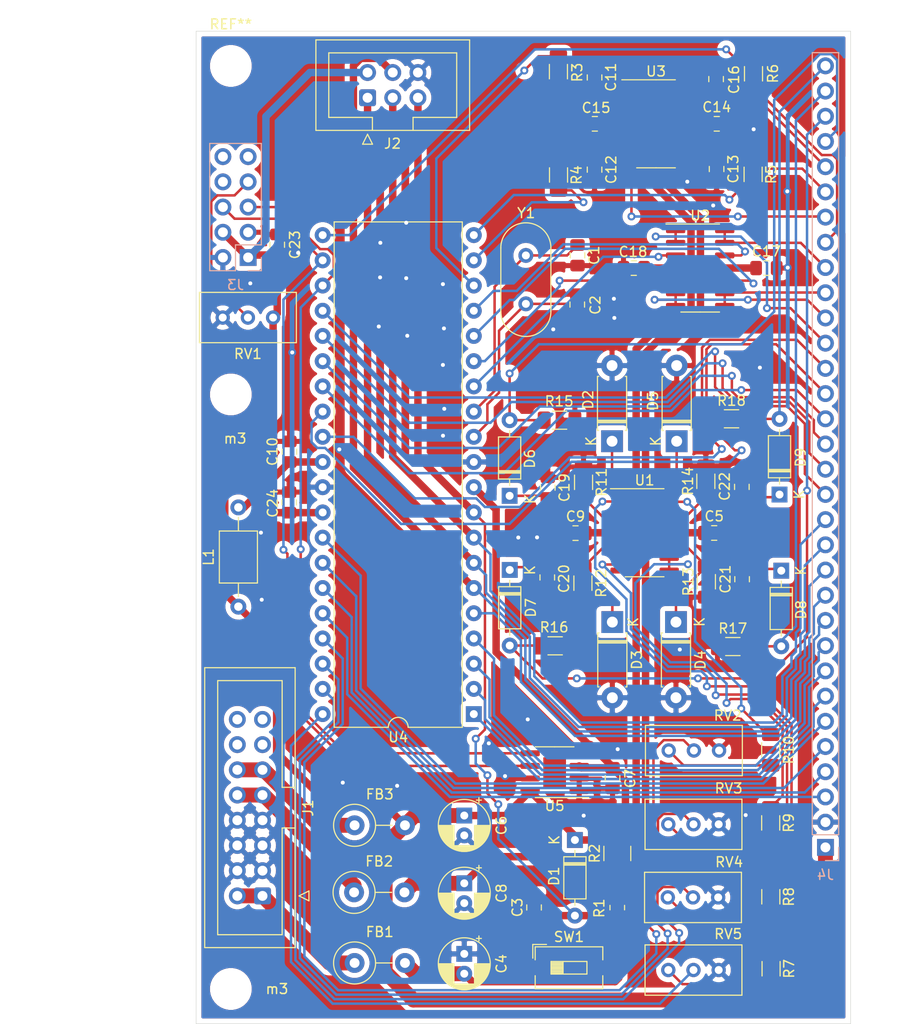
<source format=kicad_pcb>
(kicad_pcb (version 20171130) (host pcbnew "(5.1.10)-1")
  (layers (0 F.Cu signal) (31 B.Cu signal) (34 B.Paste user) (35 F.Paste user) (36 B.SilkS user) (37 F.SilkS user) (38 B.Mask user) (39 F.Mask user) (44 Edge.Cuts user))
  (net 0 "")
  (net 1 GND)
  (net 2 "Net-(C1-Pad1)")
  (net 3 "Net-(C2-Pad1)")
  (net 4 "Net-(C3-Pad1)")
  (net 5 "Net-(C14-Pad1)")
  (net 6 "Net-(C23-Pad1)")
  (net 7 "Net-(C15-Pad1)")
  (net 8 "Net-(C10-Pad2)")
  (net 9 "Net-(C11-Pad1)")
  (net 10 "Net-(C12-Pad1)")
  (net 11 "Net-(C13-Pad1)")
  (net 12 "Net-(C16-Pad1)")
  (net 13 "Net-(C19-Pad2)")
  (net 14 "Net-(C20-Pad2)")
  (net 15 "Net-(C21-Pad2)")
  (net 16 "Net-(C22-Pad2)")
  (net 17 "Net-(D6-Pad2)")
  (net 18 "Net-(D7-Pad2)")
  (net 19 "Net-(D8-Pad2)")
  (net 20 "Net-(D9-Pad2)")
  (net 21 "Net-(FB1-Pad1)")
  (net 22 "Net-(FB2-Pad1)")
  (net 23 "Net-(FB3-Pad1)")
  (net 24 "Net-(J2-Pad1)")
  (net 25 "Net-(J2-Pad3)")
  (net 26 "Net-(J2-Pad4)")
  (net 27 "Net-(J3-Pad5)")
  (net 28 "Net-(J3-Pad6)")
  (net 29 "Net-(J3-Pad7)")
  (net 30 "Net-(J3-Pad8)")
  (net 31 "Net-(J3-Pad9)")
  (net 32 "Net-(J3-Pad10)")
  (net 33 "Net-(J4-Pad3)")
  (net 34 "Net-(J4-Pad4)")
  (net 35 "Net-(J4-Pad5)")
  (net 36 "Net-(J4-Pad6)")
  (net 37 "Net-(J4-Pad7)")
  (net 38 "Net-(J4-Pad8)")
  (net 39 "Net-(J4-Pad9)")
  (net 40 "Net-(J4-Pad10)")
  (net 41 "Net-(J4-Pad11)")
  (net 42 "Net-(J4-Pad15)")
  (net 43 "Net-(J4-Pad16)")
  (net 44 "Net-(J4-Pad17)")
  (net 45 "Net-(J4-Pad18)")
  (net 46 "Net-(J4-Pad19)")
  (net 47 "Net-(J4-Pad20)")
  (net 48 "Net-(J4-Pad21)")
  (net 49 "Net-(J4-Pad22)")
  (net 50 "Net-(J4-Pad23)")
  (net 51 "Net-(J4-Pad24)")
  (net 52 "Net-(J4-Pad25)")
  (net 53 "Net-(J4-Pad26)")
  (net 54 "Net-(J4-Pad27)")
  (net 55 "Net-(J4-Pad28)")
  (net 56 "Net-(R1-Pad2)")
  (net 57 "Net-(R3-Pad2)")
  (net 58 "Net-(R4-Pad2)")
  (net 59 "Net-(R5-Pad2)")
  (net 60 "Net-(R6-Pad2)")
  (net 61 "Net-(R7-Pad2)")
  (net 62 "Net-(R7-Pad1)")
  (net 63 "Net-(R8-Pad1)")
  (net 64 "Net-(R8-Pad2)")
  (net 65 "Net-(R9-Pad2)")
  (net 66 "Net-(R9-Pad1)")
  (net 67 "Net-(R10-Pad1)")
  (net 68 "Net-(R10-Pad2)")
  (net 69 "Net-(RV2-Pad2)")
  (net 70 "Net-(RV3-Pad2)")
  (net 71 "Net-(RV4-Pad2)")
  (net 72 "Net-(RV5-Pad2)")
  (net 73 "Net-(U2-Pad3)")
  (net 74 "Net-(U2-Pad5)")
  (net 75 "Net-(U2-Pad10)")
  (net 76 "Net-(U2-Pad12)")
  (net 77 "Net-(J1-Pad13)")
  (net 78 "Net-(J1-Pad15)")
  (net 79 "Net-(J1-Pad14)")
  (net 80 "Net-(J1-Pad16)")
  (module MountingHole:MountingHole_3.2mm_M3 (layer F.Cu) (at 53.5 53.5)
    (fp_text reference REF** (at 0 -4.2) (layer F.SilkS))
    (fp_text value MountingHole_3.2mm_M3)
    (pad 1 np_thru_hole circle (at 0 0) (size 3.2 3.2) (drill 3.2) (layers *.Cu *.Mask))
  )
  (module MountingHole:MountingHole_3.2mm_M3 (layer F.Cu) (at 53.5 86.6)
    (fp_text reference m3 (at 0.43436 4.44376) (layer F.SilkS))
    (fp_text value MountingHole_3.2mm_M3)
    (pad 1 np_thru_hole circle (at 0 0) (size 3.2 3.2) (drill 3.2) (layers *.Cu *.Mask))
  )
  (module MountingHole:MountingHole_3.2mm_M3 (layer F.Cu) (at 53.5 146.5)
    (fp_text reference m3 (at 4.6533 -0.00042) (layer F.SilkS))
    (fp_text value MountingHole_3.2mm_M3)
    (pad 1 np_thru_hole circle (at 0 0) (size 3.2 3.2) (drill 3.2) (layers *.Cu *.Mask))
  )
  (module Capacitor_SMD:C_0805_2012Metric_Pad1.18x1.45mm_HandSolder (layer F.Cu) (at 88.4555 72.5805 270)
    (fp_text reference C1 (at 0 -1.68 90) (layer F.SilkS))
    (fp_text value 22pf)
    (pad 2 smd roundrect (at 1.0375 0 270) (size 1.175 1.45) (layers F.Cu F.Paste F.Mask) (roundrect_rratio 0.2127659574468085) (net 1 GND))
    (pad 1 smd roundrect (at -1.0375 0 270) (size 1.175 1.45) (layers F.Cu F.Paste F.Mask) (roundrect_rratio 0.2127659574468085) (net 2 "Net-(C1-Pad1)"))
  )
  (module Capacitor_SMD:C_0805_2012Metric_Pad1.18x1.45mm_HandSolder (layer F.Cu) (at 88.4301 77.5423 90)
    (fp_text reference C2 (at -0.0547 1.82626 90) (layer F.SilkS))
    (fp_text value 22pf)
    (pad 1 smd roundrect (at -1.0375 0 90) (size 1.175 1.45) (layers F.Cu F.Paste F.Mask) (roundrect_rratio 0.2127659574468085) (net 3 "Net-(C2-Pad1)"))
    (pad 2 smd roundrect (at 1.0375 0 90) (size 1.175 1.45) (layers F.Cu F.Paste F.Mask) (roundrect_rratio 0.2127659574468085) (net 1 GND))
  )
  (module Capacitor_SMD:C_0805_2012Metric_Pad1.18x1.45mm_HandSolder (layer F.Cu) (at 84.074 138.28894 90)
    (fp_text reference C3 (at 0 -1.68 90) (layer F.SilkS))
    (fp_text value 100nf)
    (pad 2 smd roundrect (at 1.0375 0 90) (size 1.175 1.45) (layers F.Cu F.Paste F.Mask) (roundrect_rratio 0.2127659574468085) (net 1 GND))
    (pad 1 smd roundrect (at -1.0375 0 90) (size 1.175 1.45) (layers F.Cu F.Paste F.Mask) (roundrect_rratio 0.2127659574468085) (net 4 "Net-(C3-Pad1)"))
  )
  (module Capacitor_THT:CP_Radial_D5.0mm_P2.00mm (layer F.Cu) (at 77.0382 142.9639 270)
    (fp_text reference C4 (at 1 -3.75 90) (layer F.SilkS))
    (fp_text value 10uf)
    (pad 2 thru_hole circle (at 2 0 270) (size 1.6 1.6) (drill 0.8) (layers *.Cu *.Mask) (net 5 "Net-(C14-Pad1)"))
    (pad 1 thru_hole rect (at 0 0 270) (size 1.6 1.6) (drill 0.8) (layers *.Cu *.Mask) (net 1 GND))
  )
  (module Capacitor_SMD:C_0805_2012Metric_Pad1.18x1.45mm_HandSolder (layer F.Cu) (at 102.2389 100.5586)
    (fp_text reference C5 (at 0 -1.68) (layer F.SilkS))
    (fp_text value 100nf)
    (pad 2 smd roundrect (at 1.0375 0) (size 1.175 1.45) (layers F.Cu F.Paste F.Mask) (roundrect_rratio 0.2127659574468085) (net 1 GND))
    (pad 1 smd roundrect (at -1.0375 0) (size 1.175 1.45) (layers F.Cu F.Paste F.Mask) (roundrect_rratio 0.2127659574468085) (net 5 "Net-(C14-Pad1)"))
  )
  (module Capacitor_THT:CP_Radial_D5.0mm_P2.00mm (layer F.Cu) (at 77.0382 129.0259 270)
    (fp_text reference C6 (at 1 -3.75 90) (layer F.SilkS))
    (fp_text value 10uf)
    (pad 1 thru_hole rect (at 0 0 270) (size 1.6 1.6) (drill 0.8) (layers *.Cu *.Mask) (net 6 "Net-(C23-Pad1)"))
    (pad 2 thru_hole circle (at 2 0 270) (size 1.6 1.6) (drill 0.8) (layers *.Cu *.Mask) (net 1 GND))
  )
  (module Capacitor_SMD:C_0805_2012Metric_Pad1.18x1.45mm_HandSolder (layer F.Cu) (at 91.98864 125.25638 90)
    (fp_text reference C7 (at -0.04182 1.78308 90) (layer F.SilkS))
    (fp_text value 100nf)
    (pad 1 smd roundrect (at -1.0375 0 90) (size 1.175 1.45) (layers F.Cu F.Paste F.Mask) (roundrect_rratio 0.2127659574468085) (net 1 GND))
    (pad 2 smd roundrect (at 1.0375 0 90) (size 1.175 1.45) (layers F.Cu F.Paste F.Mask) (roundrect_rratio 0.2127659574468085) (net 6 "Net-(C23-Pad1)"))
  )
  (module Capacitor_THT:CP_Radial_D5.0mm_P2.00mm (layer F.Cu) (at 77.0382 135.8519 270)
    (fp_text reference C8 (at 1 -3.75 90) (layer F.SilkS))
    (fp_text value 10uf)
    (pad 1 thru_hole rect (at 0 0 270) (size 1.6 1.6) (drill 0.8) (layers *.Cu *.Mask) (net 7 "Net-(C15-Pad1)"))
    (pad 2 thru_hole circle (at 2 0 270) (size 1.6 1.6) (drill 0.8) (layers *.Cu *.Mask) (net 1 GND))
  )
  (module Capacitor_SMD:C_0805_2012Metric_Pad1.18x1.45mm_HandSolder (layer F.Cu) (at 88.2562 100.5713)
    (fp_text reference C9 (at 0 -1.68) (layer F.SilkS))
    (fp_text value 100nf)
    (pad 1 smd roundrect (at -1.0375 0) (size 1.175 1.45) (layers F.Cu F.Paste F.Mask) (roundrect_rratio 0.2127659574468085) (net 1 GND))
    (pad 2 smd roundrect (at 1.0375 0) (size 1.175 1.45) (layers F.Cu F.Paste F.Mask) (roundrect_rratio 0.2127659574468085) (net 7 "Net-(C15-Pad1)"))
  )
  (module Capacitor_SMD:C_0805_2012Metric_Pad1.18x1.45mm_HandSolder (layer F.Cu) (at 59.40552 92.36846 270)
    (fp_text reference C10 (at -0.0166 1.70942 90) (layer F.SilkS))
    (fp_text value 100nf)
    (pad 2 smd roundrect (at 1.0375 0 270) (size 1.175 1.45) (layers F.Cu F.Paste F.Mask) (roundrect_rratio 0.2127659574468085) (net 8 "Net-(C10-Pad2)"))
    (pad 1 smd roundrect (at -1.0375 0 270) (size 1.175 1.45) (layers F.Cu F.Paste F.Mask) (roundrect_rratio 0.2127659574468085) (net 1 GND))
  )
  (module Capacitor_SMD:C_0805_2012Metric_Pad1.18x1.45mm_HandSolder (layer F.Cu) (at 90.17508 54.66216 90)
    (fp_text reference C11 (at 0.02676 1.65354 90) (layer F.SilkS))
    (fp_text value 100n)
    (pad 1 smd roundrect (at -1.0375 0 90) (size 1.175 1.45) (layers F.Cu F.Paste F.Mask) (roundrect_rratio 0.2127659574468085) (net 9 "Net-(C11-Pad1)"))
    (pad 2 smd roundrect (at 1.0375 0 90) (size 1.175 1.45) (layers F.Cu F.Paste F.Mask) (roundrect_rratio 0.2127659574468085) (net 1 GND))
  )
  (module Capacitor_SMD:C_0805_2012Metric_Pad1.18x1.45mm_HandSolder (layer F.Cu) (at 90.17508 63.95076 270)
    (fp_text reference C12 (at 0 -1.68 90) (layer F.SilkS))
    (fp_text value 100n)
    (pad 2 smd roundrect (at 1.0375 0 270) (size 1.175 1.45) (layers F.Cu F.Paste F.Mask) (roundrect_rratio 0.2127659574468085) (net 1 GND))
    (pad 1 smd roundrect (at -1.0375 0 270) (size 1.175 1.45) (layers F.Cu F.Paste F.Mask) (roundrect_rratio 0.2127659574468085) (net 10 "Net-(C12-Pad1)"))
  )
  (module Capacitor_SMD:C_0805_2012Metric_Pad1.18x1.45mm_HandSolder (layer F.Cu) (at 102.48138 63.88726 270)
    (fp_text reference C13 (at 0 -1.68 90) (layer F.SilkS))
    (fp_text value 100n)
    (pad 1 smd roundrect (at -1.0375 0 270) (size 1.175 1.45) (layers F.Cu F.Paste F.Mask) (roundrect_rratio 0.2127659574468085) (net 11 "Net-(C13-Pad1)"))
    (pad 2 smd roundrect (at 1.0375 0 270) (size 1.175 1.45) (layers F.Cu F.Paste F.Mask) (roundrect_rratio 0.2127659574468085) (net 1 GND))
  )
  (module Capacitor_SMD:C_0805_2012Metric_Pad1.18x1.45mm_HandSolder (layer F.Cu) (at 102.49798 59.33186)
    (fp_text reference C14 (at 0 -1.68) (layer F.SilkS))
    (fp_text value 100nf)
    (pad 2 smd roundrect (at 1.0375 0) (size 1.175 1.45) (layers F.Cu F.Paste F.Mask) (roundrect_rratio 0.2127659574468085) (net 1 GND))
    (pad 1 smd roundrect (at -1.0375 0) (size 1.175 1.45) (layers F.Cu F.Paste F.Mask) (roundrect_rratio 0.2127659574468085) (net 5 "Net-(C14-Pad1)"))
  )
  (module Capacitor_SMD:C_0805_2012Metric_Pad1.18x1.45mm_HandSolder (layer F.Cu) (at 90.20438 59.33186 180)
    (fp_text reference C15 (at -0.12818 1.61036) (layer F.SilkS))
    (fp_text value 100nf)
    (pad 1 smd roundrect (at -1.0375 0 180) (size 1.175 1.45) (layers F.Cu F.Paste F.Mask) (roundrect_rratio 0.2127659574468085) (net 7 "Net-(C15-Pad1)"))
    (pad 2 smd roundrect (at 1.0375 0 180) (size 1.175 1.45) (layers F.Cu F.Paste F.Mask) (roundrect_rratio 0.2127659574468085) (net 1 GND))
  )
  (module Capacitor_SMD:C_0805_2012Metric_Pad1.18x1.45mm_HandSolder (layer F.Cu) (at 102.43058 54.82726 90)
    (fp_text reference C16 (at -0.05706 1.80848 90) (layer F.SilkS))
    (fp_text value 100n)
    (pad 1 smd roundrect (at -1.0375 0 90) (size 1.175 1.45) (layers F.Cu F.Paste F.Mask) (roundrect_rratio 0.2127659574468085) (net 12 "Net-(C16-Pad1)"))
    (pad 2 smd roundrect (at 1.0375 0 90) (size 1.175 1.45) (layers F.Cu F.Paste F.Mask) (roundrect_rratio 0.2127659574468085) (net 1 GND))
  )
  (module Capacitor_SMD:C_0805_2012Metric_Pad1.18x1.45mm_HandSolder (layer F.Cu) (at 107.50414 73.86828)
    (fp_text reference C17 (at 0 -1.68) (layer F.SilkS))
    (fp_text value 100nf)
    (pad 2 smd roundrect (at 1.0375 0) (size 1.175 1.45) (layers F.Cu F.Paste F.Mask) (roundrect_rratio 0.2127659574468085) (net 1 GND))
    (pad 1 smd roundrect (at -1.0375 0) (size 1.175 1.45) (layers F.Cu F.Paste F.Mask) (roundrect_rratio 0.2127659574468085) (net 5 "Net-(C14-Pad1)"))
  )
  (module Capacitor_SMD:C_0805_2012Metric_Pad1.18x1.45mm_HandSolder (layer F.Cu) (at 94.13122 73.86828 180)
    (fp_text reference C18 (at 0.07502 1.63322) (layer F.SilkS))
    (fp_text value 100nf)
    (pad 1 smd roundrect (at -1.0375 0 180) (size 1.175 1.45) (layers F.Cu F.Paste F.Mask) (roundrect_rratio 0.2127659574468085) (net 7 "Net-(C15-Pad1)"))
    (pad 2 smd roundrect (at 1.0375 0 180) (size 1.175 1.45) (layers F.Cu F.Paste F.Mask) (roundrect_rratio 0.2127659574468085) (net 1 GND))
  )
  (module Capacitor_SMD:C_0805_2012Metric_Pad1.18x1.45mm_HandSolder (layer F.Cu) (at 85.4583 95.9905 270)
    (fp_text reference C19 (at 0 -1.68 90) (layer F.SilkS))
    (fp_text value 10nf)
    (pad 2 smd roundrect (at 1.0375 0 270) (size 1.175 1.45) (layers F.Cu F.Paste F.Mask) (roundrect_rratio 0.2127659574468085) (net 13 "Net-(C19-Pad2)"))
    (pad 1 smd roundrect (at -1.0375 0 270) (size 1.175 1.45) (layers F.Cu F.Paste F.Mask) (roundrect_rratio 0.2127659574468085) (net 1 GND))
  )
  (module Capacitor_SMD:C_0805_2012Metric_Pad1.18x1.45mm_HandSolder (layer F.Cu) (at 85.4075 105.0378 90)
    (fp_text reference C20 (at -0.12328 1.68656 90) (layer F.SilkS))
    (fp_text value 10nf)
    (pad 1 smd roundrect (at -1.0375 0 90) (size 1.175 1.45) (layers F.Cu F.Paste F.Mask) (roundrect_rratio 0.2127659574468085) (net 1 GND))
    (pad 2 smd roundrect (at 1.0375 0 90) (size 1.175 1.45) (layers F.Cu F.Paste F.Mask) (roundrect_rratio 0.2127659574468085) (net 14 "Net-(C20-Pad2)"))
  )
  (module Capacitor_SMD:C_0805_2012Metric_Pad1.18x1.45mm_HandSolder (layer F.Cu) (at 105.0544 105.2156 90)
    (fp_text reference C21 (at 0 -1.68 90) (layer F.SilkS))
    (fp_text value 10nf)
    (pad 1 smd roundrect (at -1.0375 0 90) (size 1.175 1.45) (layers F.Cu F.Paste F.Mask) (roundrect_rratio 0.2127659574468085) (net 1 GND))
    (pad 2 smd roundrect (at 1.0375 0 90) (size 1.175 1.45) (layers F.Cu F.Paste F.Mask) (roundrect_rratio 0.2127659574468085) (net 15 "Net-(C21-Pad2)"))
  )
  (module Capacitor_SMD:C_0805_2012Metric_Pad1.18x1.45mm_HandSolder (layer F.Cu) (at 105.029 95.9143 270)
    (fp_text reference C22 (at -0.042 1.7272 90) (layer F.SilkS))
    (fp_text value 10nf)
    (pad 2 smd roundrect (at 1.0375 0 270) (size 1.175 1.45) (layers F.Cu F.Paste F.Mask) (roundrect_rratio 0.2127659574468085) (net 16 "Net-(C22-Pad2)"))
    (pad 1 smd roundrect (at -1.0375 0 270) (size 1.175 1.45) (layers F.Cu F.Paste F.Mask) (roundrect_rratio 0.2127659574468085) (net 1 GND))
  )
  (module Capacitor_SMD:C_0805_2012Metric_Pad1.18x1.45mm_HandSolder (layer F.Cu) (at 58.17616 71.51624 90)
    (fp_text reference C23 (at -0.00508 1.78562 90) (layer F.SilkS))
    (fp_text value 100nf)
    (pad 2 smd roundrect (at 1.0375 0 90) (size 1.175 1.45) (layers F.Cu F.Paste F.Mask) (roundrect_rratio 0.2127659574468085) (net 1 GND))
    (pad 1 smd roundrect (at -1.0375 0 90) (size 1.175 1.45) (layers F.Cu F.Paste F.Mask) (roundrect_rratio 0.2127659574468085) (net 6 "Net-(C23-Pad1)"))
  )
  (module Capacitor_SMD:C_0805_2012Metric_Pad1.18x1.45mm_HandSolder (layer F.Cu) (at 59.37504 97.47386 90)
    (fp_text reference C24 (at -0.09262 -1.651 90) (layer F.SilkS))
    (fp_text value 100nf)
    (pad 1 smd roundrect (at -1.0375 0 90) (size 1.175 1.45) (layers F.Cu F.Paste F.Mask) (roundrect_rratio 0.2127659574468085) (net 6 "Net-(C23-Pad1)"))
    (pad 2 smd roundrect (at 1.0375 0 90) (size 1.175 1.45) (layers F.Cu F.Paste F.Mask) (roundrect_rratio 0.2127659574468085) (net 1 GND))
  )
  (module Diode_THT:D_DO-35_SOD27_P7.62mm_Horizontal (layer F.Cu) (at 88.19388 131.49072 270)
    (fp_text reference D1 (at 3.64744 2.10312 90) (layer F.SilkS))
    (fp_text value 1N4148)
    (fp_text user K (at -0.00508 2.07264 90) (layer F.SilkS))
    (pad 1 thru_hole rect (at 0 0 270) (size 1.6 1.6) (drill 0.8) (layers *.Cu *.Mask) (net 6 "Net-(C23-Pad1)"))
    (pad 2 thru_hole oval (at 7.62 0 270) (size 1.6 1.6) (drill 0.8) (layers *.Cu *.Mask) (net 4 "Net-(C3-Pad1)"))
  )
  (module Diode_THT:D_DO-41_SOD81_P7.62mm_Horizontal (layer F.Cu) (at 91.93784 91.313 90)
    (fp_text reference D2 (at 4.18338 -2.40538 90) (layer F.SilkS))
    (fp_text value 1n4733)
    (fp_text user K (at 0 -2.1 90) (layer F.SilkS))
    (pad 1 thru_hole rect (at 0 0 90) (size 2.2 2.2) (drill 1.1) (layers *.Cu *.Mask) (net 13 "Net-(C19-Pad2)"))
    (pad 2 thru_hole oval (at 7.62 0 90) (size 2.2 2.2) (drill 1.1) (layers *.Cu *.Mask) (net 1 GND))
  )
  (module Diode_THT:D_DO-41_SOD81_P7.62mm_Horizontal (layer F.Cu) (at 91.96832 109.53496 270)
    (fp_text reference D3 (at 3.81 -2.47 90) (layer F.SilkS))
    (fp_text value 1N4733)
    (fp_text user K (at 0 -2.1 90) (layer F.SilkS))
    (pad 1 thru_hole rect (at 0 0 270) (size 2.2 2.2) (drill 1.1) (layers *.Cu *.Mask) (net 14 "Net-(C20-Pad2)"))
    (pad 2 thru_hole oval (at 7.62 0 270) (size 2.2 2.2) (drill 1.1) (layers *.Cu *.Mask) (net 1 GND))
  )
  (module Diode_THT:D_DO-41_SOD81_P7.62mm_Horizontal (layer F.Cu) (at 98.38436 109.53496 270)
    (fp_text reference D4 (at 3.81 -2.47 90) (layer F.SilkS))
    (fp_text value 1n4733)
    (fp_text user K (at -0.02286 -2.37744 90) (layer F.SilkS))
    (pad 2 thru_hole oval (at 7.62 0 270) (size 2.2 2.2) (drill 1.1) (layers *.Cu *.Mask) (net 1 GND))
    (pad 1 thru_hole rect (at 0 0 270) (size 2.2 2.2) (drill 1.1) (layers *.Cu *.Mask) (net 15 "Net-(C21-Pad2)"))
  )
  (module Diode_THT:D_DO-41_SOD81_P7.62mm_Horizontal (layer F.Cu) (at 98.45548 91.313 90)
    (fp_text reference D5 (at 4.05638 -2.39522 90) (layer F.SilkS))
    (fp_text value 1n4733)
    (fp_text user K (at 0 -2.1 90) (layer F.SilkS))
    (pad 2 thru_hole oval (at 7.62 0 90) (size 2.2 2.2) (drill 1.1) (layers *.Cu *.Mask) (net 1 GND))
    (pad 1 thru_hole rect (at 0 0 90) (size 2.2 2.2) (drill 1.1) (layers *.Cu *.Mask) (net 16 "Net-(C22-Pad2)"))
  )
  (module Diode_THT:D_DO-35_SOD27_P7.62mm_Horizontal (layer F.Cu) (at 81.6102 96.8121 90)
    (fp_text reference D6 (at 3.73634 2.03708 90) (layer F.SilkS))
    (fp_text value 1N4148)
    (fp_text user K (at -0.33782 2.0701 90) (layer F.SilkS))
    (pad 2 thru_hole oval (at 7.62 0 90) (size 1.6 1.6) (drill 0.8) (layers *.Cu *.Mask) (net 17 "Net-(D6-Pad2)"))
    (pad 1 thru_hole rect (at 0 0 90) (size 1.6 1.6) (drill 0.8) (layers *.Cu *.Mask) (net 13 "Net-(C19-Pad2)"))
  )
  (module Diode_THT:D_DO-35_SOD27_P7.62mm_Horizontal (layer F.Cu) (at 81.6229 104.2797 270)
    (fp_text reference D7 (at 3.81 -2.12 90) (layer F.SilkS))
    (fp_text value 1N4148)
    (fp_text user K (at 0.02286 -2.04216 90) (layer F.SilkS))
    (pad 1 thru_hole rect (at 0 0 270) (size 1.6 1.6) (drill 0.8) (layers *.Cu *.Mask) (net 14 "Net-(C20-Pad2)"))
    (pad 2 thru_hole oval (at 7.62 0 270) (size 1.6 1.6) (drill 0.8) (layers *.Cu *.Mask) (net 18 "Net-(D7-Pad2)"))
  )
  (module Diode_THT:D_DO-35_SOD27_P7.62mm_Horizontal (layer F.Cu) (at 109.0041 104.3559 270)
    (fp_text reference D8 (at 3.93446 -2.00152 90) (layer F.SilkS))
    (fp_text value 1N4148)
    (fp_text user K (at -0.01524 -1.97612 90) (layer F.SilkS))
    (pad 2 thru_hole oval (at 7.62 0 270) (size 1.6 1.6) (drill 0.8) (layers *.Cu *.Mask) (net 19 "Net-(D8-Pad2)"))
    (pad 1 thru_hole rect (at 0 0 270) (size 1.6 1.6) (drill 0.8) (layers *.Cu *.Mask) (net 15 "Net-(C21-Pad2)"))
  )
  (module Diode_THT:D_DO-35_SOD27_P7.62mm_Horizontal (layer F.Cu) (at 108.8263 96.6851 90)
    (fp_text reference D9 (at 3.73888 2.12852 90) (layer F.SilkS))
    (fp_text value 1N4148)
    (fp_text user K (at 0.0127 1.9939 90) (layer F.SilkS))
    (pad 1 thru_hole rect (at 0 0 90) (size 1.6 1.6) (drill 0.8) (layers *.Cu *.Mask) (net 16 "Net-(C22-Pad2)"))
    (pad 2 thru_hole oval (at 7.62 0 90) (size 1.6 1.6) (drill 0.8) (layers *.Cu *.Mask) (net 20 "Net-(D9-Pad2)"))
  )
  (module Inductor_THT:L_Axial_L9.5mm_D4.0mm_P5.08mm_Vertical_Fastron_SMCC (layer F.Cu) (at 65.9765 143.8783)
    (fp_text reference FB1 (at 2.54 -3.12) (layer F.SilkS))
    (fp_text value Ferrite_Bead)
    (pad 1 thru_hole circle (at 0 0) (size 2 2) (drill 1) (layers *.Cu *.Mask) (net 21 "Net-(FB1-Pad1)"))
    (pad 2 thru_hole oval (at 5.08 0) (size 2 2) (drill 1) (layers *.Cu *.Mask) (net 5 "Net-(C14-Pad1)"))
  )
  (module Inductor_THT:L_Axial_L9.5mm_D4.0mm_P5.08mm_Vertical_Fastron_SMCC (layer F.Cu) (at 65.9257 136.7663)
    (fp_text reference FB2 (at 2.54 -3.12) (layer F.SilkS))
    (fp_text value Ferrite_Bead)
    (pad 2 thru_hole oval (at 5.08 0) (size 2 2) (drill 1) (layers *.Cu *.Mask) (net 7 "Net-(C15-Pad1)"))
    (pad 1 thru_hole circle (at 0 0) (size 2 2) (drill 1) (layers *.Cu *.Mask) (net 22 "Net-(FB2-Pad1)"))
  )
  (module Inductor_THT:L_Axial_L9.5mm_D4.0mm_P5.08mm_Vertical_Fastron_SMCC (layer F.Cu) (at 65.9765 130.0099)
    (fp_text reference FB3 (at 2.54 -3.12) (layer F.SilkS))
    (fp_text value Ferrite_Bead)
    (pad 1 thru_hole circle (at 0 0) (size 2 2) (drill 1) (layers *.Cu *.Mask) (net 23 "Net-(FB3-Pad1)"))
    (pad 2 thru_hole oval (at 5.08 0) (size 2 2) (drill 1) (layers *.Cu *.Mask) (net 6 "Net-(C23-Pad1)"))
  )
  (module Connector_IDC:IDC-Header_2x03_P2.54mm_Vertical (layer F.Cu) (at 67.2846 56.7055 90)
    (fp_text reference J2 (at -4.6228 2.51968) (layer F.SilkS))
    (fp_text value Conn_02x03_Odd_Even)
    (pad 1 thru_hole roundrect (at 0 0 90) (size 1.7 1.7) (drill 1) (layers *.Cu *.Mask) (roundrect_rratio 0.1470588235294118) (net 24 "Net-(J2-Pad1)"))
    (pad 3 thru_hole circle (at 0 2.54 90) (size 1.7 1.7) (drill 1) (layers *.Cu *.Mask) (net 25 "Net-(J2-Pad3)"))
    (pad 5 thru_hole circle (at 0 5.08 90) (size 1.7 1.7) (drill 1) (layers *.Cu *.Mask) (net 4 "Net-(C3-Pad1)"))
    (pad 2 thru_hole circle (at 2.54 0 90) (size 1.7 1.7) (drill 1) (layers *.Cu *.Mask) (net 6 "Net-(C23-Pad1)"))
    (pad 4 thru_hole circle (at 2.54 2.54 90) (size 1.7 1.7) (drill 1) (layers *.Cu *.Mask) (net 26 "Net-(J2-Pad4)"))
    (pad 6 thru_hole circle (at 2.54 5.08 90) (size 1.7 1.7) (drill 1) (layers *.Cu *.Mask) (net 1 GND))
  )
  (module Connector_PinSocket_2.54mm:PinSocket_2x05_P2.54mm_Vertical (layer B.Cu) (at 55.24 72.8)
    (fp_text reference J3 (at -1.27 2.77) (layer B.SilkS) (effects (justify mirror)))
    (fp_text value Conn_02x05_Odd_Even)
    (pad 1 thru_hole rect (at 0 0) (size 1.7 1.7) (drill 1) (layers *.Cu *.Mask) (net 6 "Net-(C23-Pad1)"))
    (pad 2 thru_hole oval (at -2.54 0) (size 1.7 1.7) (drill 1) (layers *.Cu *.Mask) (net 1 GND))
    (pad 3 thru_hole oval (at 0 -2.54) (size 1.7 1.7) (drill 1) (layers *.Cu *.Mask) (net 1 GND))
    (pad 4 thru_hole oval (at -2.54 -2.54) (size 1.7 1.7) (drill 1) (layers *.Cu *.Mask) (net 6 "Net-(C23-Pad1)"))
    (pad 5 thru_hole oval (at 0 -5.08) (size 1.7 1.7) (drill 1) (layers *.Cu *.Mask) (net 27 "Net-(J3-Pad5)"))
    (pad 6 thru_hole oval (at -2.54 -5.08) (size 1.7 1.7) (drill 1) (layers *.Cu *.Mask) (net 28 "Net-(J3-Pad6)"))
    (pad 7 thru_hole oval (at 0 -7.62) (size 1.7 1.7) (drill 1) (layers *.Cu *.Mask) (net 29 "Net-(J3-Pad7)"))
    (pad 8 thru_hole oval (at -2.54 -7.62) (size 1.7 1.7) (drill 1) (layers *.Cu *.Mask) (net 30 "Net-(J3-Pad8)"))
    (pad 9 thru_hole oval (at 0 -10.16) (size 1.7 1.7) (drill 1) (layers *.Cu *.Mask) (net 31 "Net-(J3-Pad9)"))
    (pad 10 thru_hole oval (at -2.54 -10.16) (size 1.7 1.7) (drill 1) (layers *.Cu *.Mask) (net 32 "Net-(J3-Pad10)"))
  )
  (module Connector_PinSocket_2.54mm:PinSocket_1x32_P2.54mm_Vertical (layer B.Cu) (at 113.4592 132.2324)
    (fp_text reference J4 (at 0 2.77) (layer B.SilkS) (effects (justify mirror)))
    (fp_text value Conn_01x32_Female)
    (pad 1 thru_hole rect (at 0 0) (size 1.7 1.7) (drill 1) (layers *.Cu *.Mask) (net 6 "Net-(C23-Pad1)"))
    (pad 2 thru_hole oval (at 0 -2.54) (size 1.7 1.7) (drill 1) (layers *.Cu *.Mask) (net 1 GND))
    (pad 3 thru_hole oval (at 0 -5.08) (size 1.7 1.7) (drill 1) (layers *.Cu *.Mask) (net 33 "Net-(J4-Pad3)"))
    (pad 4 thru_hole oval (at 0 -7.62) (size 1.7 1.7) (drill 1) (layers *.Cu *.Mask) (net 34 "Net-(J4-Pad4)"))
    (pad 5 thru_hole oval (at 0 -10.16) (size 1.7 1.7) (drill 1) (layers *.Cu *.Mask) (net 35 "Net-(J4-Pad5)"))
    (pad 6 thru_hole oval (at 0 -12.7) (size 1.7 1.7) (drill 1) (layers *.Cu *.Mask) (net 36 "Net-(J4-Pad6)"))
    (pad 7 thru_hole oval (at 0 -15.24) (size 1.7 1.7) (drill 1) (layers *.Cu *.Mask) (net 37 "Net-(J4-Pad7)"))
    (pad 8 thru_hole oval (at 0 -17.78) (size 1.7 1.7) (drill 1) (layers *.Cu *.Mask) (net 38 "Net-(J4-Pad8)"))
    (pad 9 thru_hole oval (at 0 -20.32) (size 1.7 1.7) (drill 1) (layers *.Cu *.Mask) (net 39 "Net-(J4-Pad9)"))
    (pad 10 thru_hole oval (at 0 -22.86) (size 1.7 1.7) (drill 1) (layers *.Cu *.Mask) (net 40 "Net-(J4-Pad10)"))
    (pad 11 thru_hole oval (at 0 -25.4) (size 1.7 1.7) (drill 1) (layers *.Cu *.Mask) (net 41 "Net-(J4-Pad11)"))
    (pad 12 thru_hole oval (at 0 -27.94) (size 1.7 1.7) (drill 1) (layers *.Cu *.Mask) (net 26 "Net-(J2-Pad4)"))
    (pad 13 thru_hole oval (at 0 -30.48) (size 1.7 1.7) (drill 1) (layers *.Cu *.Mask) (net 24 "Net-(J2-Pad1)"))
    (pad 14 thru_hole oval (at 0 -33.02) (size 1.7 1.7) (drill 1) (layers *.Cu *.Mask) (net 25 "Net-(J2-Pad3)"))
    (pad 15 thru_hole oval (at 0 -35.56) (size 1.7 1.7) (drill 1) (layers *.Cu *.Mask) (net 42 "Net-(J4-Pad15)"))
    (pad 16 thru_hole oval (at 0 -38.1) (size 1.7 1.7) (drill 1) (layers *.Cu *.Mask) (net 43 "Net-(J4-Pad16)"))
    (pad 17 thru_hole oval (at 0 -40.64) (size 1.7 1.7) (drill 1) (layers *.Cu *.Mask) (net 44 "Net-(J4-Pad17)"))
    (pad 18 thru_hole oval (at 0 -43.18) (size 1.7 1.7) (drill 1) (layers *.Cu *.Mask) (net 45 "Net-(J4-Pad18)"))
    (pad 19 thru_hole oval (at 0 -45.72) (size 1.7 1.7) (drill 1) (layers *.Cu *.Mask) (net 46 "Net-(J4-Pad19)"))
    (pad 20 thru_hole oval (at 0 -48.26) (size 1.7 1.7) (drill 1) (layers *.Cu *.Mask) (net 47 "Net-(J4-Pad20)"))
    (pad 21 thru_hole oval (at 0 -50.8) (size 1.7 1.7) (drill 1) (layers *.Cu *.Mask) (net 48 "Net-(J4-Pad21)"))
    (pad 22 thru_hole oval (at 0 -53.34) (size 1.7 1.7) (drill 1) (layers *.Cu *.Mask) (net 49 "Net-(J4-Pad22)"))
    (pad 23 thru_hole oval (at 0 -55.88) (size 1.7 1.7) (drill 1) (layers *.Cu *.Mask) (net 50 "Net-(J4-Pad23)"))
    (pad 24 thru_hole oval (at 0 -58.42) (size 1.7 1.7) (drill 1) (layers *.Cu *.Mask) (net 51 "Net-(J4-Pad24)"))
    (pad 25 thru_hole oval (at 0 -60.96) (size 1.7 1.7) (drill 1) (layers *.Cu *.Mask) (net 52 "Net-(J4-Pad25)"))
    (pad 26 thru_hole oval (at 0 -63.5) (size 1.7 1.7) (drill 1) (layers *.Cu *.Mask) (net 53 "Net-(J4-Pad26)"))
    (pad 27 thru_hole oval (at 0 -66.04) (size 1.7 1.7) (drill 1) (layers *.Cu *.Mask) (net 54 "Net-(J4-Pad27)"))
    (pad 28 thru_hole oval (at 0 -68.58) (size 1.7 1.7) (drill 1) (layers *.Cu *.Mask) (net 55 "Net-(J4-Pad28)"))
    (pad 29 thru_hole oval (at 0 -71.12) (size 1.7 1.7) (drill 1) (layers *.Cu *.Mask) (net 17 "Net-(D6-Pad2)"))
    (pad 30 thru_hole oval (at 0 -73.66) (size 1.7 1.7) (drill 1) (layers *.Cu *.Mask) (net 18 "Net-(D7-Pad2)"))
    (pad 31 thru_hole oval (at 0 -76.2) (size 1.7 1.7) (drill 1) (layers *.Cu *.Mask) (net 19 "Net-(D8-Pad2)"))
    (pad 32 thru_hole oval (at 0 -78.74) (size 1.7 1.7) (drill 1) (layers *.Cu *.Mask) (net 20 "Net-(D9-Pad2)"))
  )
  (module Inductor_THT:L_Axial_L5.0mm_D3.6mm_P10.00mm_Horizontal_Murata_BL01RN1A2A2 (layer F.Cu) (at 54.25948 107.98048 90)
    (fp_text reference L1 (at 5 -3 90) (layer F.SilkS))
    (fp_text value 10uH)
    (pad 1 thru_hole circle (at 0 0 90) (size 1.6 1.6) (drill 0.85) (layers *.Cu *.Mask) (net 6 "Net-(C23-Pad1)"))
    (pad 2 thru_hole oval (at 10 0 90) (size 1.6 1.6) (drill 0.85) (layers *.Cu *.Mask) (net 8 "Net-(C10-Pad2)"))
  )
  (module Resistor_SMD:R_0805_2012Metric_Pad1.20x1.40mm_HandSolder (layer F.Cu) (at 92.46616 138.30224 270)
    (fp_text reference R1 (at 0.06172 1.81356 90) (layer F.SilkS))
    (fp_text value 330)
    (pad 1 smd roundrect (at -1 0 270) (size 1.2 1.4) (layers F.Cu F.Paste F.Mask) (roundrect_rratio 0.2083325) (net 4 "Net-(C3-Pad1)"))
    (pad 2 smd roundrect (at 1 0 270) (size 1.2 1.4) (layers F.Cu F.Paste F.Mask) (roundrect_rratio 0.2083325) (net 56 "Net-(R1-Pad2)"))
  )
  (module Resistor_SMD:R_1210_3225Metric_Pad1.30x2.65mm_HandSolder (layer F.Cu) (at 92.47124 132.84768 90)
    (fp_text reference R2 (at 0 -2.28 90) (layer F.SilkS))
    (fp_text value 4.7k)
    (pad 1 smd roundrect (at -1.55 0 90) (size 1.3 2.65) (layers F.Cu F.Paste F.Mask) (roundrect_rratio 0.1923076923076923) (net 4 "Net-(C3-Pad1)"))
    (pad 2 smd roundrect (at 1.55 0 90) (size 1.3 2.65) (layers F.Cu F.Paste F.Mask) (roundrect_rratio 0.1923076923076923) (net 6 "Net-(C23-Pad1)"))
  )
  (module Resistor_SMD:R_1206_3216Metric_Pad1.30x1.75mm_HandSolder (layer F.Cu) (at 86.53018 54.07466 90)
    (fp_text reference R3 (at -0.08322 1.89738 90) (layer F.SilkS))
    (fp_text value 1k)
    (pad 2 smd roundrect (at 1.55 0 90) (size 1.3 1.75) (layers F.Cu F.Paste F.Mask) (roundrect_rratio 0.1923076923076923) (net 57 "Net-(R3-Pad2)"))
    (pad 1 smd roundrect (at -1.55 0 90) (size 1.3 1.75) (layers F.Cu F.Paste F.Mask) (roundrect_rratio 0.1923076923076923) (net 9 "Net-(C11-Pad1)"))
  )
  (module Resistor_SMD:R_1206_3216Metric_Pad1.30x1.75mm_HandSolder (layer F.Cu) (at 86.54288 64.48866 270)
    (fp_text reference R4 (at 0 -1.82 90) (layer F.SilkS))
    (fp_text value 1k)
    (pad 1 smd roundrect (at -1.55 0 270) (size 1.3 1.75) (layers F.Cu F.Paste F.Mask) (roundrect_rratio 0.1923076923076923) (net 10 "Net-(C12-Pad1)"))
    (pad 2 smd roundrect (at 1.55 0 270) (size 1.3 1.75) (layers F.Cu F.Paste F.Mask) (roundrect_rratio 0.1923076923076923) (net 58 "Net-(R4-Pad2)"))
  )
  (module Resistor_SMD:R_1206_3216Metric_Pad1.30x1.75mm_HandSolder (layer F.Cu) (at 106.16438 64.42516 270)
    (fp_text reference R5 (at 0 -1.82 90) (layer F.SilkS))
    (fp_text value 1k)
    (pad 2 smd roundrect (at 1.55 0 270) (size 1.3 1.75) (layers F.Cu F.Paste F.Mask) (roundrect_rratio 0.1923076923076923) (net 59 "Net-(R5-Pad2)"))
    (pad 1 smd roundrect (at -1.55 0 270) (size 1.3 1.75) (layers F.Cu F.Paste F.Mask) (roundrect_rratio 0.1923076923076923) (net 11 "Net-(C13-Pad1)"))
  )
  (module Resistor_SMD:R_1206_3216Metric_Pad1.30x1.75mm_HandSolder (layer F.Cu) (at 106.20248 54.29056 90)
    (fp_text reference R6 (at 0.01838 1.96088 90) (layer F.SilkS))
    (fp_text value 1k)
    (pad 1 smd roundrect (at -1.55 0 90) (size 1.3 1.75) (layers F.Cu F.Paste F.Mask) (roundrect_rratio 0.1923076923076923) (net 12 "Net-(C16-Pad1)"))
    (pad 2 smd roundrect (at 1.55 0 90) (size 1.3 1.75) (layers F.Cu F.Paste F.Mask) (roundrect_rratio 0.1923076923076923) (net 60 "Net-(R6-Pad2)"))
  )
  (module Resistor_SMD:R_1206_3216Metric_Pad1.30x1.75mm_HandSolder (layer F.Cu) (at 107.9754 144.4619 270)
    (fp_text reference R7 (at 0 -1.82 90) (layer F.SilkS))
    (fp_text value 100R)
    (pad 2 smd roundrect (at 1.55 0 270) (size 1.3 1.75) (layers F.Cu F.Paste F.Mask) (roundrect_rratio 0.1923076923076923) (net 61 "Net-(R7-Pad2)"))
    (pad 1 smd roundrect (at -1.55 0 270) (size 1.3 1.75) (layers F.Cu F.Paste F.Mask) (roundrect_rratio 0.1923076923076923) (net 62 "Net-(R7-Pad1)"))
  )
  (module Resistor_SMD:R_1206_3216Metric_Pad1.30x1.75mm_HandSolder (layer F.Cu) (at 107.95 137.2114 270)
    (fp_text reference R8 (at 0 -1.82 90) (layer F.SilkS))
    (fp_text value 100R)
    (pad 1 smd roundrect (at -1.55 0 270) (size 1.3 1.75) (layers F.Cu F.Paste F.Mask) (roundrect_rratio 0.1923076923076923) (net 63 "Net-(R8-Pad1)"))
    (pad 2 smd roundrect (at 1.55 0 270) (size 1.3 1.75) (layers F.Cu F.Paste F.Mask) (roundrect_rratio 0.1923076923076923) (net 64 "Net-(R8-Pad2)"))
  )
  (module Resistor_SMD:R_1206_3216Metric_Pad1.30x1.75mm_HandSolder (layer F.Cu) (at 107.9373 129.768 270)
    (fp_text reference R9 (at 0 -1.82 90) (layer F.SilkS))
    (fp_text value 100R)
    (pad 2 smd roundrect (at 1.55 0 270) (size 1.3 1.75) (layers F.Cu F.Paste F.Mask) (roundrect_rratio 0.1923076923076923) (net 65 "Net-(R9-Pad2)"))
    (pad 1 smd roundrect (at -1.55 0 270) (size 1.3 1.75) (layers F.Cu F.Paste F.Mask) (roundrect_rratio 0.1923076923076923) (net 66 "Net-(R9-Pad1)"))
  )
  (module Resistor_SMD:R_1206_3216Metric_Pad1.30x1.75mm_HandSolder (layer F.Cu) (at 107.9373 122.4159 270)
    (fp_text reference R10 (at 0 -1.82 90) (layer F.SilkS))
    (fp_text value 100R)
    (pad 1 smd roundrect (at -1.55 0 270) (size 1.3 1.75) (layers F.Cu F.Paste F.Mask) (roundrect_rratio 0.1923076923076923) (net 67 "Net-(R10-Pad1)"))
    (pad 2 smd roundrect (at 1.55 0 270) (size 1.3 1.75) (layers F.Cu F.Paste F.Mask) (roundrect_rratio 0.1923076923076923) (net 68 "Net-(R10-Pad2)"))
  )
  (module Resistor_SMD:R_1206_3216Metric_Pad1.30x1.75mm_HandSolder (layer F.Cu) (at 89.0651 95.4526 270)
    (fp_text reference R11 (at 0 -1.82 90) (layer F.SilkS))
    (fp_text value 1M)
    (pad 2 smd roundrect (at 1.55 0 270) (size 1.3 1.75) (layers F.Cu F.Paste F.Mask) (roundrect_rratio 0.1923076923076923) (net 13 "Net-(C19-Pad2)"))
    (pad 1 smd roundrect (at -1.55 0 270) (size 1.3 1.75) (layers F.Cu F.Paste F.Mask) (roundrect_rratio 0.1923076923076923) (net 1 GND))
  )
  (module Resistor_SMD:R_1206_3216Metric_Pad1.30x1.75mm_HandSolder (layer F.Cu) (at 89.0016 105.6138 90)
    (fp_text reference R12 (at -0.00194 1.83896 90) (layer F.SilkS))
    (fp_text value 1M)
    (pad 2 smd roundrect (at 1.55 0 90) (size 1.3 1.75) (layers F.Cu F.Paste F.Mask) (roundrect_rratio 0.1923076923076923) (net 14 "Net-(C20-Pad2)"))
    (pad 1 smd roundrect (at -1.55 0 90) (size 1.3 1.75) (layers F.Cu F.Paste F.Mask) (roundrect_rratio 0.1923076923076923) (net 1 GND))
  )
  (module Resistor_SMD:R_1206_3216Metric_Pad1.30x1.75mm_HandSolder (layer F.Cu) (at 101.45268 105.47036 90)
    (fp_text reference R13 (at 0 -1.82 90) (layer F.SilkS))
    (fp_text value 1M)
    (pad 1 smd roundrect (at -1.55 0 90) (size 1.3 1.75) (layers F.Cu F.Paste F.Mask) (roundrect_rratio 0.1923076923076923) (net 1 GND))
    (pad 2 smd roundrect (at 1.55 0 90) (size 1.3 1.75) (layers F.Cu F.Paste F.Mask) (roundrect_rratio 0.1923076923076923) (net 15 "Net-(C21-Pad2)"))
  )
  (module Resistor_SMD:R_1206_3216Metric_Pad1.30x1.75mm_HandSolder (layer F.Cu) (at 101.3968 95.351 270)
    (fp_text reference R14 (at 0 1.8034 90) (layer F.SilkS))
    (fp_text value 1M)
    (pad 1 smd roundrect (at -1.55 0 270) (size 1.3 1.75) (layers F.Cu F.Paste F.Mask) (roundrect_rratio 0.1923076923076923) (net 1 GND))
    (pad 2 smd roundrect (at 1.55 0 270) (size 1.3 1.75) (layers F.Cu F.Paste F.Mask) (roundrect_rratio 0.1923076923076923) (net 16 "Net-(C22-Pad2)"))
  )
  (module Resistor_SMD:R_1206_3216Metric_Pad1.30x1.75mm_HandSolder (layer F.Cu) (at 86.64388 89.19464 180)
    (fp_text reference R15 (at 0.0387 1.905) (layer F.SilkS))
    (fp_text value 100k)
    (pad 1 smd roundrect (at -1.55 0 180) (size 1.3 1.75) (layers F.Cu F.Paste F.Mask) (roundrect_rratio 0.1923076923076923) (net 1 GND))
    (pad 2 smd roundrect (at 1.55 0 180) (size 1.3 1.75) (layers F.Cu F.Paste F.Mask) (roundrect_rratio 0.1923076923076923) (net 17 "Net-(D6-Pad2)"))
  )
  (module Resistor_SMD:R_1206_3216Metric_Pad1.30x1.75mm_HandSolder (layer F.Cu) (at 86.20192 111.92764 180)
    (fp_text reference R16 (at 0.1022 1.8669) (layer F.SilkS))
    (fp_text value 100k)
    (pad 1 smd roundrect (at -1.55 0 180) (size 1.3 1.75) (layers F.Cu F.Paste F.Mask) (roundrect_rratio 0.1923076923076923) (net 1 GND))
    (pad 2 smd roundrect (at 1.55 0 180) (size 1.3 1.75) (layers F.Cu F.Paste F.Mask) (roundrect_rratio 0.1923076923076923) (net 18 "Net-(D7-Pad2)"))
  )
  (module Resistor_SMD:R_1206_3216Metric_Pad1.30x1.75mm_HandSolder (layer F.Cu) (at 104.11908 111.99876)
    (fp_text reference R17 (at 0 -1.82) (layer F.SilkS))
    (fp_text value 100k)
    (pad 2 smd roundrect (at 1.55 0) (size 1.3 1.75) (layers F.Cu F.Paste F.Mask) (roundrect_rratio 0.1923076923076923) (net 19 "Net-(D8-Pad2)"))
    (pad 1 smd roundrect (at -1.55 0) (size 1.3 1.75) (layers F.Cu F.Paste F.Mask) (roundrect_rratio 0.1923076923076923) (net 1 GND))
  )
  (module Resistor_SMD:R_1206_3216Metric_Pad1.30x1.75mm_HandSolder (layer F.Cu) (at 103.987 89.0524)
    (fp_text reference R18 (at 0 -1.82) (layer F.SilkS))
    (fp_text value 100k)
    (pad 1 smd roundrect (at -1.55 0) (size 1.3 1.75) (layers F.Cu F.Paste F.Mask) (roundrect_rratio 0.1923076923076923) (net 1 GND))
    (pad 2 smd roundrect (at 1.55 0) (size 1.3 1.75) (layers F.Cu F.Paste F.Mask) (roundrect_rratio 0.1923076923076923) (net 20 "Net-(D9-Pad2)"))
  )
  (module Button_Switch_SMD:SW_DIP_SPSTx01_Slide_6.7x4.1mm_W6.73mm_P2.54mm_LowProfile_JPin (layer F.Cu) (at 87.59748 144.36344)
    (fp_text reference SW1 (at 0 -3.11) (layer F.SilkS))
    (fp_text value SW_MEC_5G)
    (pad 1 smd rect (at -3.365 0) (size 2.16 1.12) (layers F.Cu F.Paste F.Mask) (net 1 GND))
    (pad 2 smd rect (at 3.365 0) (size 2.16 1.12) (layers F.Cu F.Paste F.Mask) (net 56 "Net-(R1-Pad2)"))
  )
  (module Package_SO:SO-14_3.9x8.65mm_P1.27mm (layer F.Cu) (at 95.2246 100.5332)
    (fp_text reference U1 (at 0 -5.28) (layer F.SilkS))
    (fp_text value TL074)
    (pad 1 smd roundrect (at -2.475 -3.81) (size 1.95 0.6) (layers F.Cu F.Paste F.Mask) (net 62 "Net-(R7-Pad1)"))
    (pad 2 smd roundrect (at -2.475 -2.54) (size 1.95 0.6) (layers F.Cu F.Paste F.Mask) (net 62 "Net-(R7-Pad1)"))
    (pad 3 smd roundrect (at -2.475 -1.27) (size 1.95 0.6) (layers F.Cu F.Paste F.Mask) (net 13 "Net-(C19-Pad2)"))
    (pad 4 smd roundrect (at -2.475 0) (size 1.95 0.6) (layers F.Cu F.Paste F.Mask) (net 7 "Net-(C15-Pad1)"))
    (pad 5 smd roundrect (at -2.475 1.27) (size 1.95 0.6) (layers F.Cu F.Paste F.Mask) (net 14 "Net-(C20-Pad2)"))
    (pad 6 smd roundrect (at -2.475 2.54) (size 1.95 0.6) (layers F.Cu F.Paste F.Mask) (net 63 "Net-(R8-Pad1)"))
    (pad 7 smd roundrect (at -2.475 3.81) (size 1.95 0.6) (layers F.Cu F.Paste F.Mask) (net 63 "Net-(R8-Pad1)"))
    (pad 8 smd roundrect (at 2.475 3.81) (size 1.95 0.6) (layers F.Cu F.Paste F.Mask) (net 66 "Net-(R9-Pad1)"))
    (pad 9 smd roundrect (at 2.475 2.54) (size 1.95 0.6) (layers F.Cu F.Paste F.Mask) (net 66 "Net-(R9-Pad1)"))
    (pad 10 smd roundrect (at 2.475 1.27) (size 1.95 0.6) (layers F.Cu F.Paste F.Mask) (net 15 "Net-(C21-Pad2)"))
    (pad 11 smd roundrect (at 2.475 0) (size 1.95 0.6) (layers F.Cu F.Paste F.Mask) (net 5 "Net-(C14-Pad1)"))
    (pad 12 smd roundrect (at 2.475 -1.27) (size 1.95 0.6) (layers F.Cu F.Paste F.Mask) (net 16 "Net-(C22-Pad2)"))
    (pad 13 smd roundrect (at 2.475 -2.54) (size 1.95 0.6) (layers F.Cu F.Paste F.Mask) (net 67 "Net-(R10-Pad1)"))
    (pad 14 smd roundrect (at 2.475 -3.81) (size 1.95 0.6) (layers F.Cu F.Paste F.Mask) (net 67 "Net-(R10-Pad1)"))
  )
  (module Package_SO:SO-14_3.9x8.65mm_P1.27mm (layer F.Cu) (at 100.8268 73.8632)
    (fp_text reference U2 (at 0 -5.28) (layer F.SilkS))
    (fp_text value TL074)
    (pad 1 smd roundrect (at -2.475 -3.81) (size 1.95 0.6) (layers F.Cu F.Paste F.Mask) (net 48 "Net-(J4-Pad21)"))
    (pad 2 smd roundrect (at -2.475 -2.54) (size 1.95 0.6) (layers F.Cu F.Paste F.Mask) (net 48 "Net-(J4-Pad21)"))
    (pad 3 smd roundrect (at -2.475 -1.27) (size 1.95 0.6) (layers F.Cu F.Paste F.Mask) (net 73 "Net-(U2-Pad3)"))
    (pad 4 smd roundrect (at -2.475 0) (size 1.95 0.6) (layers F.Cu F.Paste F.Mask) (net 7 "Net-(C15-Pad1)"))
    (pad 5 smd roundrect (at -2.475 1.27) (size 1.95 0.6) (layers F.Cu F.Paste F.Mask) (net 74 "Net-(U2-Pad5)"))
    (pad 6 smd roundrect (at -2.475 2.54) (size 1.95 0.6) (layers F.Cu F.Paste F.Mask) (net 49 "Net-(J4-Pad22)"))
    (pad 7 smd roundrect (at -2.475 3.81) (size 1.95 0.6) (layers F.Cu F.Paste F.Mask) (net 49 "Net-(J4-Pad22)"))
    (pad 8 smd roundrect (at 2.475 3.81) (size 1.95 0.6) (layers F.Cu F.Paste F.Mask) (net 50 "Net-(J4-Pad23)"))
    (pad 9 smd roundrect (at 2.475 2.54) (size 1.95 0.6) (layers F.Cu F.Paste F.Mask) (net 50 "Net-(J4-Pad23)"))
    (pad 10 smd roundrect (at 2.475 1.27) (size 1.95 0.6) (layers F.Cu F.Paste F.Mask) (net 75 "Net-(U2-Pad10)"))
    (pad 11 smd roundrect (at 2.475 0) (size 1.95 0.6) (layers F.Cu F.Paste F.Mask) (net 5 "Net-(C14-Pad1)"))
    (pad 12 smd roundrect (at 2.475 -1.27) (size 1.95 0.6) (layers F.Cu F.Paste F.Mask) (net 76 "Net-(U2-Pad12)"))
    (pad 13 smd roundrect (at 2.475 -2.54) (size 1.95 0.6) (layers F.Cu F.Paste F.Mask) (net 51 "Net-(J4-Pad24)"))
    (pad 14 smd roundrect (at 2.475 -3.81) (size 1.95 0.6) (layers F.Cu F.Paste F.Mask) (net 51 "Net-(J4-Pad24)"))
  )
  (module Package_SO:SO-14_3.9x8.65mm_P1.27mm (layer F.Cu) (at 96.37268 59.33186)
    (fp_text reference U3 (at 0 -5.28) (layer F.SilkS))
    (fp_text value TL074)
    (pad 14 smd roundrect (at 2.475 -3.81) (size 1.95 0.6) (layers F.Cu F.Paste F.Mask) (net 55 "Net-(J4-Pad28)"))
    (pad 13 smd roundrect (at 2.475 -2.54) (size 1.95 0.6) (layers F.Cu F.Paste F.Mask) (net 55 "Net-(J4-Pad28)"))
    (pad 12 smd roundrect (at 2.475 -1.27) (size 1.95 0.6) (layers F.Cu F.Paste F.Mask) (net 12 "Net-(C16-Pad1)"))
    (pad 11 smd roundrect (at 2.475 0) (size 1.95 0.6) (layers F.Cu F.Paste F.Mask) (net 5 "Net-(C14-Pad1)"))
    (pad 10 smd roundrect (at 2.475 1.27) (size 1.95 0.6) (layers F.Cu F.Paste F.Mask) (net 11 "Net-(C13-Pad1)"))
    (pad 9 smd roundrect (at 2.475 2.54) (size 1.95 0.6) (layers F.Cu F.Paste F.Mask) (net 54 "Net-(J4-Pad27)"))
    (pad 8 smd roundrect (at 2.475 3.81) (size 1.95 0.6) (layers F.Cu F.Paste F.Mask) (net 54 "Net-(J4-Pad27)"))
    (pad 7 smd roundrect (at -2.475 3.81) (size 1.95 0.6) (layers F.Cu F.Paste F.Mask) (net 53 "Net-(J4-Pad26)"))
    (pad 6 smd roundrect (at -2.475 2.54) (size 1.95 0.6) (layers F.Cu F.Paste F.Mask) (net 53 "Net-(J4-Pad26)"))
    (pad 5 smd roundrect (at -2.475 1.27) (size 1.95 0.6) (layers F.Cu F.Paste F.Mask) (net 10 "Net-(C12-Pad1)"))
    (pad 4 smd roundrect (at -2.475 0) (size 1.95 0.6) (layers F.Cu F.Paste F.Mask) (net 7 "Net-(C15-Pad1)"))
    (pad 3 smd roundrect (at -2.475 -1.27) (size 1.95 0.6) (layers F.Cu F.Paste F.Mask) (net 9 "Net-(C11-Pad1)"))
    (pad 2 smd roundrect (at -2.475 -2.54) (size 1.95 0.6) (layers F.Cu F.Paste F.Mask) (net 52 "Net-(J4-Pad25)"))
    (pad 1 smd roundrect (at -2.475 -3.81) (size 1.95 0.6) (layers F.Cu F.Paste F.Mask) (net 52 "Net-(J4-Pad25)"))
  )
  (module Package_DIP:DIP-40_W15.24mm (layer F.Cu) (at 77.99832 118.80596 180)
    (fp_text reference U4 (at 7.62 -2.33) (layer F.SilkS))
    (fp_text value ATmega644P-20PU)
    (pad 1 thru_hole rect (at 0 0 180) (size 1.6 1.6) (drill 0.8) (layers *.Cu *.Mask) (net 37 "Net-(J4-Pad7)"))
    (pad 21 thru_hole oval (at 15.24 48.26 180) (size 1.6 1.6) (drill 0.8) (layers *.Cu *.Mask) (net 60 "Net-(R6-Pad2)"))
    (pad 2 thru_hole oval (at 0 2.54 180) (size 1.6 1.6) (drill 0.8) (layers *.Cu *.Mask) (net 38 "Net-(J4-Pad8)"))
    (pad 22 thru_hole oval (at 15.24 45.72 180) (size 1.6 1.6) (drill 0.8) (layers *.Cu *.Mask) (net 28 "Net-(J3-Pad6)"))
    (pad 3 thru_hole oval (at 0 5.08 180) (size 1.6 1.6) (drill 0.8) (layers *.Cu *.Mask) (net 39 "Net-(J4-Pad9)"))
    (pad 23 thru_hole oval (at 15.24 43.18 180) (size 1.6 1.6) (drill 0.8) (layers *.Cu *.Mask) (net 27 "Net-(J3-Pad5)"))
    (pad 4 thru_hole oval (at 0 7.62 180) (size 1.6 1.6) (drill 0.8) (layers *.Cu *.Mask) (net 40 "Net-(J4-Pad10)"))
    (pad 24 thru_hole oval (at 15.24 40.64 180) (size 1.6 1.6) (drill 0.8) (layers *.Cu *.Mask) (net 42 "Net-(J4-Pad15)"))
    (pad 5 thru_hole oval (at 0 10.16 180) (size 1.6 1.6) (drill 0.8) (layers *.Cu *.Mask) (net 41 "Net-(J4-Pad11)"))
    (pad 25 thru_hole oval (at 15.24 38.1 180) (size 1.6 1.6) (drill 0.8) (layers *.Cu *.Mask) (net 43 "Net-(J4-Pad16)"))
    (pad 6 thru_hole oval (at 0 12.7 180) (size 1.6 1.6) (drill 0.8) (layers *.Cu *.Mask) (net 26 "Net-(J2-Pad4)"))
    (pad 26 thru_hole oval (at 15.24 35.56 180) (size 1.6 1.6) (drill 0.8) (layers *.Cu *.Mask) (net 44 "Net-(J4-Pad17)"))
    (pad 7 thru_hole oval (at 0 15.24 180) (size 1.6 1.6) (drill 0.8) (layers *.Cu *.Mask) (net 24 "Net-(J2-Pad1)"))
    (pad 27 thru_hole oval (at 15.24 33.02 180) (size 1.6 1.6) (drill 0.8) (layers *.Cu *.Mask) (net 45 "Net-(J4-Pad18)"))
    (pad 8 thru_hole oval (at 0 17.78 180) (size 1.6 1.6) (drill 0.8) (layers *.Cu *.Mask) (net 25 "Net-(J2-Pad3)"))
    (pad 28 thru_hole oval (at 15.24 30.48 180) (size 1.6 1.6) (drill 0.8) (layers *.Cu *.Mask) (net 46 "Net-(J4-Pad19)"))
    (pad 9 thru_hole oval (at 0 20.32 180) (size 1.6 1.6) (drill 0.8) (layers *.Cu *.Mask) (net 4 "Net-(C3-Pad1)"))
    (pad 29 thru_hole oval (at 15.24 27.94 180) (size 1.6 1.6) (drill 0.8) (layers *.Cu *.Mask) (net 47 "Net-(J4-Pad20)"))
    (pad 10 thru_hole oval (at 0 22.86 180) (size 1.6 1.6) (drill 0.8) (layers *.Cu *.Mask) (net 6 "Net-(C23-Pad1)"))
    (pad 30 thru_hole oval (at 15.24 25.4 180) (size 1.6 1.6) (drill 0.8) (layers *.Cu *.Mask) (net 8 "Net-(C10-Pad2)"))
    (pad 11 thru_hole oval (at 0 25.4 180) (size 1.6 1.6) (drill 0.8) (layers *.Cu *.Mask) (net 1 GND))
    (pad 31 thru_hole oval (at 15.24 22.86 180) (size 1.6 1.6) (drill 0.8) (layers *.Cu *.Mask) (net 1 GND))
    (pad 12 thru_hole oval (at 0 27.94 180) (size 1.6 1.6) (drill 0.8) (layers *.Cu *.Mask) (net 3 "Net-(C2-Pad1)"))
    (pad 32 thru_hole oval (at 15.24 20.32 180) (size 1.6 1.6) (drill 0.8) (layers *.Cu *.Mask) (net 6 "Net-(C23-Pad1)"))
    (pad 13 thru_hole oval (at 0 30.48 180) (size 1.6 1.6) (drill 0.8) (layers *.Cu *.Mask) (net 2 "Net-(C1-Pad1)"))
    (pad 33 thru_hole oval (at 15.24 17.78 180) (size 1.6 1.6) (drill 0.8) (layers *.Cu *.Mask) (net 36 "Net-(J4-Pad6)"))
    (pad 14 thru_hole oval (at 0 33.02 180) (size 1.6 1.6) (drill 0.8) (layers *.Cu *.Mask) (net 73 "Net-(U2-Pad3)"))
    (pad 34 thru_hole oval (at 15.24 15.24 180) (size 1.6 1.6) (drill 0.8) (layers *.Cu *.Mask) (net 35 "Net-(J4-Pad5)"))
    (pad 15 thru_hole oval (at 0 35.56 180) (size 1.6 1.6) (drill 0.8) (layers *.Cu *.Mask) (net 74 "Net-(U2-Pad5)"))
    (pad 35 thru_hole oval (at 15.24 12.7 180) (size 1.6 1.6) (drill 0.8) (layers *.Cu *.Mask) (net 34 "Net-(J4-Pad4)"))
    (pad 16 thru_hole oval (at 0 38.1 180) (size 1.6 1.6) (drill 0.8) (layers *.Cu *.Mask) (net 75 "Net-(U2-Pad10)"))
    (pad 36 thru_hole oval (at 15.24 10.16 180) (size 1.6 1.6) (drill 0.8) (layers *.Cu *.Mask) (net 33 "Net-(J4-Pad3)"))
    (pad 17 thru_hole oval (at 0 40.64 180) (size 1.6 1.6) (drill 0.8) (layers *.Cu *.Mask) (net 76 "Net-(U2-Pad12)"))
    (pad 37 thru_hole oval (at 15.24 7.62 180) (size 1.6 1.6) (drill 0.8) (layers *.Cu *.Mask) (net 69 "Net-(RV2-Pad2)"))
    (pad 18 thru_hole oval (at 0 43.18 180) (size 1.6 1.6) (drill 0.8) (layers *.Cu *.Mask) (net 57 "Net-(R3-Pad2)"))
    (pad 38 thru_hole oval (at 15.24 5.08 180) (size 1.6 1.6) (drill 0.8) (layers *.Cu *.Mask) (net 70 "Net-(RV3-Pad2)"))
    (pad 19 thru_hole oval (at 0 45.72 180) (size 1.6 1.6) (drill 0.8) (layers *.Cu *.Mask) (net 58 "Net-(R4-Pad2)"))
    (pad 39 thru_hole oval (at 15.24 2.54 180) (size 1.6 1.6) (drill 0.8) (layers *.Cu *.Mask) (net 71 "Net-(RV4-Pad2)"))
    (pad 20 thru_hole oval (at 0 48.26 180) (size 1.6 1.6) (drill 0.8) (layers *.Cu *.Mask) (net 59 "Net-(R5-Pad2)"))
    (pad 40 thru_hole oval (at 15.24 0 180) (size 1.6 1.6) (drill 0.8) (layers *.Cu *.Mask) (net 72 "Net-(RV5-Pad2)"))
  )
  (module Package_SO:SOIC-8-1EP_3.9x4.9mm_P1.27mm_EP2.29x3mm (layer F.Cu) (at 86.15172 124.66066 180)
    (fp_text reference U5 (at 0 -3.4) (layer F.SilkS))
    (fp_text value 24LC1025)
    (pad 1 smd roundrect (at -2.475 -1.905 180) (size 1.95 0.6) (layers F.Cu F.Paste F.Mask) (net 1 GND))
    (pad 2 smd roundrect (at -2.475 -0.635 180) (size 1.95 0.6) (layers F.Cu F.Paste F.Mask) (net 1 GND))
    (pad 3 smd roundrect (at -2.475 0.635 180) (size 1.95 0.6) (layers F.Cu F.Paste F.Mask) (net 6 "Net-(C23-Pad1)"))
    (pad 4 smd roundrect (at -2.475 1.905 180) (size 1.95 0.6) (layers F.Cu F.Paste F.Mask) (net 1 GND))
    (pad 5 smd roundrect (at 2.475 1.905 180) (size 1.95 0.6) (layers F.Cu F.Paste F.Mask) (net 27 "Net-(J3-Pad5)"))
    (pad 6 smd roundrect (at 2.475 0.635 180) (size 1.95 0.6) (layers F.Cu F.Paste F.Mask) (net 28 "Net-(J3-Pad6)"))
    (pad 7 smd roundrect (at 2.475 -0.635 180) (size 1.95 0.6) (layers F.Cu F.Paste F.Mask) (net 1 GND))
    (pad 8 smd roundrect (at 2.475 -1.905 180) (size 1.95 0.6) (layers F.Cu F.Paste F.Mask) (net 6 "Net-(C23-Pad1)"))
    (pad 9 smd rect (at 0 0 180) (size 2.29 3) (layers F.Cu F.Mask))
  )
  (module Crystal:Crystal_HC49-4H_Vertical (layer F.Cu) (at 83.2485 72.5932 270)
    (fp_text reference Y1 (at -4.2672 -0.0381 180) (layer F.SilkS))
    (fp_text value "16 MHz")
    (pad 1 thru_hole circle (at 0 0 270) (size 1.5 1.5) (drill 0.8) (layers *.Cu *.Mask) (net 2 "Net-(C1-Pad1)"))
    (pad 2 thru_hole circle (at 4.88 0 270) (size 1.5 1.5) (drill 0.8) (layers *.Cu *.Mask) (net 3 "Net-(C2-Pad1)"))
  )
  (module Potentiometer_THT:Potentiometer_Bourns_3296W_Vertical (layer F.Cu) (at 52.6796 78.8543 180)
    (fp_text reference RV1 (at -2.54 -3.66) (layer F.SilkS))
    (fp_text value 10k)
    (pad 1 thru_hole circle (at 0 0 180) (size 1.44 1.44) (drill 0.8) (layers *.Cu *.Mask) (net 1 GND))
    (pad 2 thru_hole circle (at -2.54 0 180) (size 1.44 1.44) (drill 0.8) (layers *.Cu *.Mask) (net 29 "Net-(J3-Pad7)"))
    (pad 3 thru_hole circle (at -5.08 0 180) (size 1.44 1.44) (drill 0.8) (layers *.Cu *.Mask) (net 6 "Net-(C23-Pad1)"))
  )
  (module Potentiometer_THT:Potentiometer_Bourns_3296W_Vertical (layer F.Cu) (at 102.73284 122.47372)
    (fp_text reference RV2 (at 0.87122 -3.52552) (layer F.SilkS))
    (fp_text value 10k)
    (pad 1 thru_hole circle (at 0 0) (size 1.44 1.44) (drill 0.8) (layers *.Cu *.Mask) (net 1 GND))
    (pad 2 thru_hole circle (at -2.54 0) (size 1.44 1.44) (drill 0.8) (layers *.Cu *.Mask) (net 69 "Net-(RV2-Pad2)"))
    (pad 3 thru_hole circle (at -5.08 0) (size 1.44 1.44) (drill 0.8) (layers *.Cu *.Mask) (net 68 "Net-(R10-Pad2)"))
  )
  (module Potentiometer_THT:Potentiometer_Bourns_3296W_Vertical (layer F.Cu) (at 102.6922 129.9083)
    (fp_text reference RV3 (at 1.00584 -3.62204) (layer F.SilkS))
    (fp_text value 10k)
    (pad 3 thru_hole circle (at -5.08 0) (size 1.44 1.44) (drill 0.8) (layers *.Cu *.Mask) (net 65 "Net-(R9-Pad2)"))
    (pad 2 thru_hole circle (at -2.54 0) (size 1.44 1.44) (drill 0.8) (layers *.Cu *.Mask) (net 70 "Net-(RV3-Pad2)"))
    (pad 1 thru_hole circle (at 0 0) (size 1.44 1.44) (drill 0.8) (layers *.Cu *.Mask) (net 1 GND))
  )
  (module Potentiometer_THT:Potentiometer_Bourns_3296W_Vertical (layer F.Cu) (at 102.6414 137.2743)
    (fp_text reference RV4 (at 1.1049 -3.55346) (layer F.SilkS))
    (fp_text value 10k)
    (pad 1 thru_hole circle (at 0 0) (size 1.44 1.44) (drill 0.8) (layers *.Cu *.Mask) (net 1 GND))
    (pad 2 thru_hole circle (at -2.54 0) (size 1.44 1.44) (drill 0.8) (layers *.Cu *.Mask) (net 71 "Net-(RV4-Pad2)"))
    (pad 3 thru_hole circle (at -5.08 0) (size 1.44 1.44) (drill 0.8) (layers *.Cu *.Mask) (net 64 "Net-(R8-Pad2)"))
  )
  (module Potentiometer_THT:Potentiometer_Bourns_3296W_Vertical (layer F.Cu) (at 102.6922 144.5895)
    (fp_text reference RV5 (at 0.96012 -3.62458) (layer F.SilkS))
    (fp_text value 10k)
    (pad 3 thru_hole circle (at -5.08 0) (size 1.44 1.44) (drill 0.8) (layers *.Cu *.Mask) (net 61 "Net-(R7-Pad2)"))
    (pad 2 thru_hole circle (at -2.54 0) (size 1.44 1.44) (drill 0.8) (layers *.Cu *.Mask) (net 72 "Net-(RV5-Pad2)"))
    (pad 1 thru_hole circle (at 0 0) (size 1.44 1.44) (drill 0.8) (layers *.Cu *.Mask) (net 1 GND))
  )
  (module Connector_IDC:IDC-Header_2x08_P2.54mm_Vertical (layer F.Cu) (at 56.6928 137.1219 180)
    (fp_text reference J1 (at -4.5974 8.8519 90) (layer F.SilkS))
    (fp_text value Conn_02x08_Odd_Even)
    (pad 1 thru_hole roundrect (at 0 0 180) (size 1.7 1.7) (drill 1) (layers *.Cu *.Mask) (roundrect_rratio 0.1470588235294118) (net 21 "Net-(FB1-Pad1)"))
    (pad 3 thru_hole circle (at 0 2.54 180) (size 1.7 1.7) (drill 1) (layers *.Cu *.Mask) (net 1 GND))
    (pad 5 thru_hole circle (at 0 5.08 180) (size 1.7 1.7) (drill 1) (layers *.Cu *.Mask) (net 1 GND))
    (pad 7 thru_hole circle (at 0 7.62 180) (size 1.7 1.7) (drill 1) (layers *.Cu *.Mask) (net 1 GND))
    (pad 9 thru_hole circle (at 0 10.16 180) (size 1.7 1.7) (drill 1) (layers *.Cu *.Mask) (net 22 "Net-(FB2-Pad1)"))
    (pad 11 thru_hole circle (at 0 12.7 180) (size 1.7 1.7) (drill 1) (layers *.Cu *.Mask) (net 23 "Net-(FB3-Pad1)"))
    (pad 13 thru_hole circle (at 0 15.24 180) (size 1.7 1.7) (drill 1) (layers *.Cu *.Mask) (net 77 "Net-(J1-Pad13)"))
    (pad 15 thru_hole circle (at 0 17.78 180) (size 1.7 1.7) (drill 1) (layers *.Cu *.Mask) (net 78 "Net-(J1-Pad15)"))
    (pad 2 thru_hole circle (at 2.54 0 180) (size 1.7 1.7) (drill 1) (layers *.Cu *.Mask) (net 21 "Net-(FB1-Pad1)"))
    (pad 4 thru_hole circle (at 2.54 2.54 180) (size 1.7 1.7) (drill 1) (layers *.Cu *.Mask) (net 1 GND))
    (pad 6 thru_hole circle (at 2.54 5.08 180) (size 1.7 1.7) (drill 1) (layers *.Cu *.Mask) (net 1 GND))
    (pad 8 thru_hole circle (at 2.54 7.62 180) (size 1.7 1.7) (drill 1) (layers *.Cu *.Mask) (net 1 GND))
    (pad 10 thru_hole circle (at 2.54 10.16 180) (size 1.7 1.7) (drill 1) (layers *.Cu *.Mask) (net 22 "Net-(FB2-Pad1)"))
    (pad 12 thru_hole circle (at 2.54 12.7 180) (size 1.7 1.7) (drill 1) (layers *.Cu *.Mask) (net 23 "Net-(FB3-Pad1)"))
    (pad 14 thru_hole circle (at 2.54 15.24 180) (size 1.7 1.7) (drill 1) (layers *.Cu *.Mask) (net 79 "Net-(J1-Pad14)"))
    (pad 16 thru_hole circle (at 2.54 17.78 180) (size 1.7 1.7) (drill 1) (layers *.Cu *.Mask) (net 80 "Net-(J1-Pad16)"))
  )
  (gr_line (start 50 150) (end 50 50) (layer Edge.Cuts) (width 0.05))
  (gr_line (start 116 150) (end 50 150) (layer Edge.Cuts) (width 0.05))
  (gr_line (start 116 50) (end 116 150) (layer Edge.Cuts) (width 0.05))
  (gr_line (start 50 50) (end 116 50) (layer Edge.Cuts) (width 0.05))
  (via (at 60.2869 72.33412) (size 0.8) (drill 0.4) (layers F.Cu B.Cu) (net 1))
  (via (at 55.4609 75.40752) (size 0.8) (drill 0.4) (layers F.Cu B.Cu) (net 1))
  (via (at 106.21772 59.88304) (size 0.8) (drill 0.4) (layers F.Cu B.Cu) (net 1))
  (via (at 109.61116 66.13398) (size 0.8) (drill 0.4) (layers F.Cu B.Cu) (net 1))
  (via (at 102.13848 67.55892) (size 0.8) (drill 0.4) (layers F.Cu B.Cu) (net 1))
  (via (at 99.52736 65.1637) (size 0.8) (drill 0.4) (layers F.Cu B.Cu) (net 1))
  (via (at 84.37626 101.00056) (size 0.8) (drill 0.4) (layers F.Cu B.Cu) (net 1))
  (via (at 82.48396 101.0158) (size 0.8) (drill 0.4) (layers F.Cu B.Cu) (net 1))
  (via (at 89.0778 129.03454) (size 0.8) (drill 0.4) (layers F.Cu B.Cu) (net 1))
  (via (at 109.6518 73.8251) (size 0.8) (drill 0.4) (layers F.Cu B.Cu) (net 1))
  (via (at 81.14792 125.05182) (size 0.8) (drill 0.4) (layers F.Cu B.Cu) (net 1))
  (segment (start 88.62672 122.75566) (end 85.21042 119.33936) (width 0.75) (layer F.Cu) (net 1))
  (segment (start 85.21042 119.33936) (end 83.43646 119.33936) (width 0.75) (layer F.Cu) (net 1))
  (segment (start 83.43646 119.33936) (end 83.43646 119.33936) (width 0.75) (layer F.Cu) (net 1))
  (via (at 83.43646 119.33936) (size 0.8) (drill 0.4) (layers F.Cu B.Cu) (net 1))
  (segment (start 83.43646 119.33936) (end 81.92262 119.33936) (width 0.75) (layer F.Cu) (net 1))
  (segment (start 81.92262 119.33936) (end 79.51216 121.74982) (width 0.75) (layer F.Cu) (net 1))
  (segment (start 79.51216 121.74982) (end 79.51216 121.74982) (width 0.75) (layer F.Cu) (net 1))
  (via (at 79.51216 121.74982) (size 0.8) (drill 0.4) (layers F.Cu B.Cu) (net 1))
  (segment (start 79.51216 123.41606) (end 81.14792 125.05182) (width 0.75) (layer B.Cu) (net 1))
  (segment (start 79.51216 121.74982) (end 79.51216 123.41606) (width 0.75) (layer B.Cu) (net 1))
  (via (at 105.41254 128.9812) (size 0.8) (drill 0.4) (layers F.Cu B.Cu) (net 1))
  (via (at 92.5068 122.34164) (size 0.8) (drill 0.4) (layers F.Cu B.Cu) (net 1))
  (segment (start 58.43152 70.47874) (end 60.2869 72.33412) (width 0.75) (layer F.Cu) (net 1))
  (segment (start 58.17616 70.47874) (end 58.43152 70.47874) (width 0.75) (layer F.Cu) (net 1))
  (via (at 74.98842 79.9465) (size 0.8) (drill 0.4) (layers F.Cu B.Cu) (net 1))
  (via (at 74.88428 75.48626) (size 0.8) (drill 0.4) (layers F.Cu B.Cu) (net 1))
  (via (at 74.88428 83.62696) (size 0.8) (drill 0.4) (layers F.Cu B.Cu) (net 1))
  (via (at 92.17152 78.88986) (size 0.8) (drill 0.4) (layers F.Cu B.Cu) (net 1))
  (via (at 92.1258 76.95946) (size 0.8) (drill 0.4) (layers F.Cu B.Cu) (net 1))
  (via (at 86.00948 80.04048) (size 0.8) (drill 0.4) (layers F.Cu B.Cu) (net 1))
  (via (at 75.02144 88.04656) (size 0.8) (drill 0.4) (layers F.Cu B.Cu) (net 1))
  (via (at 74.8919 90.75674) (size 0.8) (drill 0.4) (layers F.Cu B.Cu) (net 1))
  (via (at 59.69 82.36712) (size 0.8) (drill 0.4) (layers F.Cu B.Cu) (net 1))
  (via (at 98.77044 112.30102) (size 0.8) (drill 0.4) (layers F.Cu B.Cu) (net 1))
  (via (at 64.43726 92.1385) (size 0.8) (drill 0.4) (layers F.Cu B.Cu) (net 1))
  (via (at 68.54952 74.80808) (size 0.8) (drill 0.4) (layers F.Cu B.Cu) (net 1))
  (via (at 71.1835 74.88682) (size 0.8) (drill 0.4) (layers F.Cu B.Cu) (net 1))
  (via (at 71.1835 69.29882) (size 0.8) (drill 0.4) (layers F.Cu B.Cu) (net 1))
  (via (at 71.29018 80.68818) (size 0.8) (drill 0.4) (layers F.Cu B.Cu) (net 1))
  (via (at 68.41744 79.756) (size 0.8) (drill 0.4) (layers F.Cu B.Cu) (net 1))
  (via (at 68.57492 71.32066) (size 0.8) (drill 0.4) (layers F.Cu B.Cu) (net 1))
  (via (at 56.53278 100.52304) (size 0.8) (drill 0.4) (layers F.Cu B.Cu) (net 1))
  (via (at 56.61152 107.28198) (size 0.8) (drill 0.4) (layers F.Cu B.Cu) (net 1))
  (via (at 70.26656 126.02972) (size 0.8) (drill 0.4) (layers F.Cu B.Cu) (net 1))
  (via (at 64.78524 125.70968) (size 0.8) (drill 0.4) (layers F.Cu B.Cu) (net 1))
  (via (at 106.84764 83.89874) (size 0.8) (drill 0.4) (layers F.Cu B.Cu) (net 1))
  (segment (start 77.99832 88.32596) (end 80.09636 86.22792) (width 0.25) (layer F.Cu) (net 2))
  (segment (start 80.09636 75.74534) (end 83.2485 72.5932) (width 0.25) (layer F.Cu) (net 2))
  (segment (start 80.09636 86.22792) (end 80.09636 75.74534) (width 0.25) (layer F.Cu) (net 2))
  (segment (start 87.4053 72.5932) (end 88.4555 71.543) (width 0.25) (layer F.Cu) (net 2))
  (segment (start 83.2485 72.5932) (end 87.4053 72.5932) (width 0.25) (layer F.Cu) (net 2))
  (segment (start 87.3235 77.4732) (end 88.4301 78.5798) (width 0.25) (layer F.Cu) (net 3))
  (segment (start 83.2485 77.4732) (end 87.3235 77.4732) (width 0.25) (layer F.Cu) (net 3))
  (segment (start 77.99832 90.86596) (end 79.368085 89.496195) (width 0.25) (layer F.Cu) (net 3))
  (segment (start 79.368085 87.592605) (end 80.54637 86.41432) (width 0.25) (layer F.Cu) (net 3))
  (segment (start 79.368085 89.496195) (end 79.368085 87.592605) (width 0.25) (layer F.Cu) (net 3))
  (segment (start 80.54637 80.17533) (end 83.2485 77.4732) (width 0.25) (layer F.Cu) (net 3))
  (segment (start 80.54637 86.41432) (end 80.54637 80.17533) (width 0.25) (layer F.Cu) (net 3))
  (segment (start 90.65768 139.11072) (end 92.46616 137.30224) (width 0.75) (layer F.Cu) (net 4))
  (segment (start 88.19388 139.11072) (end 90.65768 139.11072) (width 0.75) (layer F.Cu) (net 4))
  (segment (start 84.28972 139.11072) (end 84.074 139.32644) (width 0.75) (layer F.Cu) (net 4))
  (segment (start 88.19388 139.11072) (end 84.28972 139.11072) (width 0.75) (layer F.Cu) (net 4))
  (segment (start 92.47124 137.29716) (end 92.46616 137.30224) (width 0.75) (layer F.Cu) (net 4))
  (segment (start 92.47124 134.39768) (end 92.47124 137.29716) (width 0.75) (layer F.Cu) (net 4))
  (segment (start 72.3646 92.85224) (end 77.99832 98.48596) (width 0.75) (layer F.Cu) (net 4))
  (segment (start 72.3646 56.7055) (end 72.3646 92.85224) (width 0.75) (layer F.Cu) (net 4))
  (segment (start 79.123321 99.610961) (end 79.123321 120.355579) (width 0.25) (layer F.Cu) (net 4))
  (segment (start 77.99832 98.48596) (end 79.123321 99.610961) (width 0.25) (layer F.Cu) (net 4))
  (segment (start 79.123321 120.355579) (end 78.19263 121.28627) (width 0.25) (layer F.Cu) (net 4))
  (segment (start 78.19263 121.28627) (end 78.16596 121.31294) (width 0.25) (layer F.Cu) (net 4))
  (via (at 78.19263 121.28627) (size 0.8) (drill 0.4) (layers F.Cu B.Cu) (net 4))
  (segment (start 78.19263 121.28627) (end 78.19263 123.78563) (width 0.25) (layer B.Cu) (net 4))
  (segment (start 78.19263 123.78563) (end 79.37246 124.96546) (width 0.25) (layer B.Cu) (net 4))
  (segment (start 79.37246 124.96546) (end 79.37246 124.96546) (width 0.25) (layer B.Cu) (net 4))
  (via (at 79.37246 124.96546) (size 0.8) (drill 0.4) (layers F.Cu B.Cu) (net 4))
  (segment (start 79.37246 124.96546) (end 79.37246 126.79426) (width 0.25) (layer F.Cu) (net 4))
  (segment (start 79.37246 126.79426) (end 80.4672 127.889) (width 0.25) (layer F.Cu) (net 4))
  (segment (start 80.4672 127.889) (end 80.4672 127.889) (width 0.25) (layer F.Cu) (net 4))
  (via (at 80.4672 127.889) (size 0.8) (drill 0.4) (layers F.Cu B.Cu) (net 4))
  (segment (start 80.4672 131.38404) (end 88.19388 139.11072) (width 0.25) (layer B.Cu) (net 4))
  (segment (start 80.4672 127.889) (end 80.4672 131.38404) (width 0.25) (layer B.Cu) (net 4))
  (segment (start 98.84768 59.33186) (end 101.46048 59.33186) (width 0.75) (layer F.Cu) (net 5))
  (segment (start 106.46156 73.8632) (end 106.46664 73.86828) (width 0.75) (layer F.Cu) (net 5))
  (segment (start 103.3018 73.8632) (end 106.46156 73.8632) (width 0.75) (layer F.Cu) (net 5))
  (segment (start 101.176 100.5332) (end 101.2014 100.5586) (width 0.75) (layer F.Cu) (net 5))
  (segment (start 97.6996 100.5332) (end 101.176 100.5332) (width 0.75) (layer F.Cu) (net 5))
  (segment (start 72.1421 144.9639) (end 77.0382 144.9639) (width 1.5) (layer F.Cu) (net 5))
  (segment (start 71.0565 143.8783) (end 72.1421 144.9639) (width 1.5) (layer F.Cu) (net 5))
  (segment (start 77.838199 145.763899) (end 92.237023 145.763899) (width 0.75) (layer F.Cu) (net 5))
  (segment (start 77.0382 144.9639) (end 77.838199 145.763899) (width 0.75) (layer F.Cu) (net 5))
  (segment (start 96.7246 100.5332) (end 97.6996 100.5332) (width 0.75) (layer F.Cu) (net 5))
  (segment (start 95.32126 101.93654) (end 96.7246 100.5332) (width 0.75) (layer F.Cu) (net 5))
  (segment (start 95.32126 101.93654) (end 95.32126 82.420176) (width 0.75) (layer F.Cu) (net 5))
  (segment (start 98.261509 81.10733) (end 98.818012 80.550826) (width 0.75) (layer F.Cu) (net 5))
  (segment (start 96.634106 81.10733) (end 98.261509 81.10733) (width 0.75) (layer F.Cu) (net 5))
  (segment (start 95.32126 82.420176) (end 96.634106 81.10733) (width 0.75) (layer F.Cu) (net 5))
  (segment (start 98.818012 80.550826) (end 100.85182 78.517019) (width 0.75) (layer F.Cu) (net 5))
  (segment (start 102.3268 73.8632) (end 103.3018 73.8632) (width 0.75) (layer F.Cu) (net 5))
  (segment (start 100.85182 75.33818) (end 102.3268 73.8632) (width 0.75) (layer F.Cu) (net 5))
  (segment (start 100.85182 78.517019) (end 100.85182 75.33818) (width 0.75) (layer F.Cu) (net 5))
  (segment (start 100.85182 68.825103) (end 96.39808 64.371363) (width 0.75) (layer F.Cu) (net 5))
  (segment (start 100.85182 75.33818) (end 100.85182 68.825103) (width 0.75) (layer F.Cu) (net 5))
  (segment (start 97.87268 59.33186) (end 98.84768 59.33186) (width 0.75) (layer F.Cu) (net 5))
  (segment (start 96.39808 60.80646) (end 97.87268 59.33186) (width 0.75) (layer F.Cu) (net 5))
  (segment (start 96.39808 64.371363) (end 96.39808 60.80646) (width 0.75) (layer F.Cu) (net 5))
  (segment (start 92.237023 145.763899) (end 92.578111 145.422811) (width 0.75) (layer F.Cu) (net 5))
  (segment (start 93.74117 136.28659) (end 95.32126 134.7065) (width 0.75) (layer F.Cu) (net 5))
  (segment (start 93.74117 140.20553) (end 93.74117 136.28659) (width 0.75) (layer F.Cu) (net 5))
  (segment (start 92.617481 141.329219) (end 93.74117 140.20553) (width 0.75) (layer F.Cu) (net 5))
  (segment (start 92.578111 145.422811) (end 92.617481 145.383441) (width 0.75) (layer F.Cu) (net 5))
  (segment (start 95.32126 134.7065) (end 95.32126 101.93654) (width 0.75) (layer F.Cu) (net 5))
  (segment (start 92.617481 145.383441) (end 92.617481 141.329219) (width 0.75) (layer F.Cu) (net 5))
  (segment (start 62.73292 98.51136) (end 62.75832 98.48596) (width 0.75) (layer F.Cu) (net 6))
  (segment (start 59.37504 98.51136) (end 62.73292 98.51136) (width 0.75) (layer F.Cu) (net 6))
  (segment (start 55.48626 72.55374) (end 55.24 72.8) (width 0.75) (layer F.Cu) (net 6))
  (segment (start 58.17616 72.55374) (end 55.48626 72.55374) (width 0.75) (layer F.Cu) (net 6))
  (segment (start 55.24 72.8) (end 52.7 70.26) (width 0.75) (layer F.Cu) (net 6))
  (segment (start 58.17616 78.43774) (end 57.7596 78.8543) (width 0.75) (layer F.Cu) (net 6))
  (segment (start 58.17616 72.55374) (end 58.17616 78.43774) (width 0.75) (layer F.Cu) (net 6))
  (segment (start 57.7596 78.8543) (end 57.7596 88.3412) (width 0.75) (layer F.Cu) (net 6))
  (segment (start 52.884479 106.605479) (end 54.25948 107.98048) (width 0.75) (layer F.Cu) (net 6))
  (segment (start 57.7596 88.3412) (end 52.884479 93.216321) (width 0.75) (layer F.Cu) (net 6))
  (segment (start 58.117801 111.838801) (end 58.117801 122.679521) (width 0.75) (layer F.Cu) (net 6))
  (segment (start 54.25948 107.98048) (end 58.117801 111.838801) (width 0.75) (layer F.Cu) (net 6))
  (segment (start 58.117801 122.679521) (end 63.28156 127.84328) (width 0.75) (layer F.Cu) (net 6))
  (segment (start 68.88988 127.84328) (end 71.0565 130.0099) (width 0.75) (layer F.Cu) (net 6))
  (segment (start 63.28156 127.84328) (end 68.88988 127.84328) (width 0.75) (layer F.Cu) (net 6))
  (segment (start 72.0405 129.0259) (end 77.0382 129.0259) (width 1.5) (layer F.Cu) (net 6))
  (segment (start 71.0565 130.0099) (end 72.0405 129.0259) (width 1.5) (layer F.Cu) (net 6))
  (segment (start 113.4592 143.250174) (end 113.4592 132.2324) (width 1.5) (layer F.Cu) (net 6))
  (segment (start 109.097464 147.61191) (end 113.4592 143.250174) (width 1.5) (layer F.Cu) (net 6))
  (segment (start 69.055699 144.763501) (end 71.904108 147.61191) (width 1.5) (layer F.Cu) (net 6))
  (segment (start 69.055699 132.010701) (end 69.055699 144.763501) (width 1.5) (layer F.Cu) (net 6))
  (segment (start 71.904108 147.61191) (end 109.097464 147.61191) (width 1.5) (layer F.Cu) (net 6))
  (segment (start 71.0565 130.0099) (end 69.055699 132.010701) (width 1.5) (layer F.Cu) (net 6))
  (segment (start 56.396438 98.51136) (end 52.884479 102.023319) (width 0.75) (layer F.Cu) (net 6))
  (segment (start 59.37504 98.51136) (end 56.396438 98.51136) (width 0.75) (layer F.Cu) (net 6))
  (segment (start 52.884479 102.023319) (end 52.884479 106.605479) (width 0.75) (layer F.Cu) (net 6))
  (segment (start 52.884479 93.216321) (end 52.884479 102.023319) (width 0.75) (layer F.Cu) (net 6))
  (segment (start 81.21648 129.0259) (end 83.67672 126.56566) (width 0.75) (layer F.Cu) (net 6))
  (segment (start 77.0382 129.0259) (end 81.21648 129.0259) (width 0.75) (layer F.Cu) (net 6))
  (segment (start 92.2782 131.49072) (end 92.47124 131.29768) (width 0.75) (layer F.Cu) (net 6))
  (segment (start 88.19388 131.49072) (end 92.2782 131.49072) (width 0.75) (layer F.Cu) (net 6))
  (segment (start 88.19388 131.08282) (end 83.67672 126.56566) (width 0.75) (layer F.Cu) (net 6))
  (segment (start 88.19388 131.49072) (end 88.19388 131.08282) (width 0.75) (layer F.Cu) (net 6))
  (segment (start 93.28865 125.51889) (end 91.98864 124.21888) (width 0.75) (layer F.Cu) (net 6))
  (segment (start 93.28865 130.48027) (end 93.28865 125.51889) (width 0.75) (layer F.Cu) (net 6))
  (segment (start 92.47124 131.29768) (end 93.28865 130.48027) (width 0.75) (layer F.Cu) (net 6))
  (segment (start 88.81994 124.21888) (end 88.62672 124.02566) (width 0.75) (layer F.Cu) (net 6))
  (segment (start 91.98864 124.21888) (end 88.81994 124.21888) (width 0.75) (layer F.Cu) (net 6))
  (segment (start 67.2846 54.1655) (end 61.46546 54.1655) (width 0.75) (layer B.Cu) (net 6))
  (segment (start 61.46546 54.1655) (end 57.0357 58.59526) (width 0.75) (layer B.Cu) (net 6))
  (segment (start 57.0357 71.0043) (end 55.24 72.8) (width 0.75) (layer B.Cu) (net 6))
  (segment (start 57.0357 58.59526) (end 57.0357 71.0043) (width 0.75) (layer B.Cu) (net 6))
  (segment (start 91.98864 124.117258) (end 91.98864 124.21888) (width 0.75) (layer F.Cu) (net 6))
  (segment (start 80.247899 112.559701) (end 89.568848 121.88065) (width 0.75) (layer F.Cu) (net 6))
  (segment (start 89.752032 121.88065) (end 91.98864 124.117258) (width 0.75) (layer F.Cu) (net 6))
  (segment (start 89.568848 121.88065) (end 89.752032 121.88065) (width 0.75) (layer F.Cu) (net 6))
  (segment (start 80.247899 98.195539) (end 80.247899 112.559701) (width 0.75) (layer F.Cu) (net 6))
  (segment (start 77.99832 95.94596) (end 80.247899 98.195539) (width 0.75) (layer F.Cu) (net 6))
  (segment (start 91.24188 59.33186) (end 93.89768 59.33186) (width 0.75) (layer F.Cu) (net 7))
  (segment (start 95.1738 73.8632) (end 95.16872 73.86828) (width 0.75) (layer F.Cu) (net 7))
  (segment (start 98.3518 73.8632) (end 95.1738 73.8632) (width 0.75) (layer F.Cu) (net 7))
  (segment (start 89.3318 100.5332) (end 89.2937 100.5713) (width 0.75) (layer F.Cu) (net 7))
  (segment (start 92.7496 100.5332) (end 89.3318 100.5332) (width 0.75) (layer F.Cu) (net 7))
  (segment (start 71.9201 135.8519) (end 77.0382 135.8519) (width 1.5) (layer F.Cu) (net 7))
  (segment (start 71.0057 136.7663) (end 71.9201 135.8519) (width 1.5) (layer F.Cu) (net 7))
  (segment (start 93.7246 100.5332) (end 92.7496 100.5332) (width 0.75) (layer F.Cu) (net 7))
  (segment (start 94.37125 101.17985) (end 93.7246 100.5332) (width 0.75) (layer F.Cu) (net 7))
  (segment (start 94.37125 132.039414) (end 94.37125 101.17985) (width 0.75) (layer F.Cu) (net 7))
  (segment (start 93.237994 133.17267) (end 94.37125 132.039414) (width 0.75) (layer F.Cu) (net 7))
  (segment (start 79.71743 133.17267) (end 93.237994 133.17267) (width 0.75) (layer F.Cu) (net 7))
  (segment (start 77.0382 135.8519) (end 79.71743 133.17267) (width 0.75) (layer F.Cu) (net 7))
  (segment (start 94.37125 101.17985) (end 94.37125 82.02177) (width 0.75) (layer F.Cu) (net 7))
  (segment (start 99.3268 73.8632) (end 98.3518 73.8632) (width 0.75) (layer F.Cu) (net 7))
  (segment (start 99.90181 74.43821) (end 99.3268 73.8632) (width 0.75) (layer F.Cu) (net 7))
  (segment (start 99.90181 78.123512) (end 99.90181 74.43821) (width 0.75) (layer F.Cu) (net 7))
  (segment (start 99.90181 74.43821) (end 99.90181 69.21861) (width 0.75) (layer F.Cu) (net 7))
  (segment (start 94.628002 59.33186) (end 93.89768 59.33186) (width 0.75) (layer F.Cu) (net 7))
  (segment (start 95.44769 60.151548) (end 94.628002 59.33186) (width 0.75) (layer F.Cu) (net 7))
  (segment (start 95.44769 64.76449) (end 95.44769 60.151548) (width 0.75) (layer F.Cu) (net 7))
  (segment (start 99.90181 69.21861) (end 95.44769 64.76449) (width 0.75) (layer F.Cu) (net 7))
  (segment (start 94.37125 82.02177) (end 94.37615 82.02177) (width 0.75) (layer F.Cu) (net 7))
  (segment (start 94.37615 82.02177) (end 96.2406 80.15732) (width 0.75) (layer F.Cu) (net 7))
  (segment (start 97.868002 80.15732) (end 99.90181 78.123512) (width 0.75) (layer F.Cu) (net 7))
  (segment (start 96.2406 80.15732) (end 97.868002 80.15732) (width 0.75) (layer F.Cu) (net 7))
  (segment (start 59.40552 93.40596) (end 62.75832 93.40596) (width 0.75) (layer F.Cu) (net 8))
  (segment (start 54.831 97.98048) (end 59.40552 93.40596) (width 0.75) (layer F.Cu) (net 8))
  (segment (start 54.25948 97.98048) (end 54.831 97.98048) (width 0.75) (layer F.Cu) (net 8))
  (segment (start 90.10008 55.62466) (end 90.17508 55.69966) (width 0.25) (layer F.Cu) (net 9))
  (segment (start 86.53018 55.62466) (end 90.10008 55.62466) (width 0.25) (layer F.Cu) (net 9))
  (segment (start 92.53728 58.06186) (end 90.17508 55.69966) (width 0.25) (layer F.Cu) (net 9))
  (segment (start 93.89768 58.06186) (end 92.53728 58.06186) (width 0.25) (layer F.Cu) (net 9))
  (segment (start 86.56828 62.91326) (end 86.54288 62.93866) (width 0.25) (layer F.Cu) (net 10))
  (segment (start 90.17508 62.91326) (end 86.56828 62.91326) (width 0.25) (layer F.Cu) (net 10))
  (segment (start 92.48648 60.60186) (end 93.89768 60.60186) (width 0.25) (layer F.Cu) (net 10))
  (segment (start 90.17508 62.91326) (end 92.48648 60.60186) (width 0.25) (layer F.Cu) (net 10))
  (segment (start 100.23348 60.60186) (end 102.48138 62.84976) (width 0.25) (layer F.Cu) (net 11))
  (segment (start 98.84768 60.60186) (end 100.23348 60.60186) (width 0.25) (layer F.Cu) (net 11))
  (segment (start 106.13898 62.84976) (end 106.16438 62.87516) (width 0.25) (layer F.Cu) (net 11))
  (segment (start 102.48138 62.84976) (end 106.13898 62.84976) (width 0.25) (layer F.Cu) (net 11))
  (segment (start 106.17828 55.86476) (end 106.20248 55.84056) (width 0.25) (layer F.Cu) (net 12))
  (segment (start 102.43058 55.86476) (end 106.17828 55.86476) (width 0.25) (layer F.Cu) (net 12))
  (segment (start 97.54767 57.73685) (end 97.54767 55.175102) (width 0.25) (layer F.Cu) (net 12))
  (segment (start 97.87268 58.06186) (end 97.54767 57.73685) (width 0.25) (layer F.Cu) (net 12))
  (segment (start 97.54767 55.175102) (end 97.825922 54.89685) (width 0.25) (layer F.Cu) (net 12))
  (segment (start 98.84768 58.06186) (end 97.87268 58.06186) (width 0.25) (layer F.Cu) (net 12))
  (segment (start 99.869438 54.89685) (end 100.629068 55.65648) (width 0.25) (layer F.Cu) (net 12))
  (segment (start 97.825922 54.89685) (end 99.869438 54.89685) (width 0.25) (layer F.Cu) (net 12))
  (segment (start 102.2223 55.65648) (end 102.43058 55.86476) (width 0.25) (layer F.Cu) (net 12))
  (segment (start 100.629068 55.65648) (end 102.2223 55.65648) (width 0.25) (layer F.Cu) (net 12))
  (segment (start 85.2424 96.8121) (end 85.4583 97.028) (width 0.25) (layer F.Cu) (net 13))
  (segment (start 81.6102 96.8121) (end 85.2424 96.8121) (width 0.25) (layer F.Cu) (net 13))
  (segment (start 89.0397 97.028) (end 89.0651 97.0026) (width 0.25) (layer F.Cu) (net 13))
  (segment (start 85.4583 97.028) (end 89.0397 97.028) (width 0.25) (layer F.Cu) (net 13))
  (segment (start 91.3257 99.2632) (end 89.0651 97.0026) (width 0.25) (layer F.Cu) (net 13))
  (segment (start 92.7496 99.2632) (end 91.3257 99.2632) (width 0.25) (layer F.Cu) (net 13))
  (segment (start 89.0651 97.0026) (end 89.75852 97.0026) (width 0.25) (layer F.Cu) (net 13))
  (segment (start 91.93784 94.82328) (end 91.93784 91.313) (width 0.25) (layer F.Cu) (net 13))
  (segment (start 89.75852 97.0026) (end 91.93784 94.82328) (width 0.25) (layer F.Cu) (net 13))
  (segment (start 91.2622 101.8032) (end 89.0016 104.0638) (width 0.25) (layer F.Cu) (net 14))
  (segment (start 92.7496 101.8032) (end 91.2622 101.8032) (width 0.25) (layer F.Cu) (net 14))
  (segment (start 85.471 104.0638) (end 85.4075 104.0003) (width 0.25) (layer F.Cu) (net 14))
  (segment (start 89.0016 104.0638) (end 85.471 104.0638) (width 0.25) (layer F.Cu) (net 14))
  (segment (start 81.9023 104.0003) (end 81.6229 104.2797) (width 0.25) (layer F.Cu) (net 14))
  (segment (start 85.4075 104.0003) (end 81.9023 104.0003) (width 0.25) (layer F.Cu) (net 14))
  (segment (start 91.96832 107.03052) (end 89.0016 104.0638) (width 0.25) (layer F.Cu) (net 14))
  (segment (start 91.96832 109.53496) (end 91.96832 107.03052) (width 0.25) (layer F.Cu) (net 14))
  (segment (start 99.33552 101.8032) (end 101.45268 103.92036) (width 0.25) (layer F.Cu) (net 15))
  (segment (start 97.6996 101.8032) (end 99.33552 101.8032) (width 0.25) (layer F.Cu) (net 15))
  (segment (start 104.79666 103.92036) (end 105.0544 104.1781) (width 0.25) (layer F.Cu) (net 15))
  (segment (start 101.45268 103.92036) (end 104.79666 103.92036) (width 0.25) (layer F.Cu) (net 15))
  (segment (start 108.8263 104.1781) (end 109.0041 104.3559) (width 0.25) (layer F.Cu) (net 15))
  (segment (start 105.0544 104.1781) (end 108.8263 104.1781) (width 0.25) (layer F.Cu) (net 15))
  (segment (start 98.38436 106.98868) (end 101.45268 103.92036) (width 0.25) (layer F.Cu) (net 15))
  (segment (start 98.38436 109.53496) (end 98.38436 106.98868) (width 0.25) (layer F.Cu) (net 15))
  (segment (start 99.0346 99.2632) (end 101.3968 96.901) (width 0.25) (layer F.Cu) (net 16))
  (segment (start 97.6996 99.2632) (end 99.0346 99.2632) (width 0.25) (layer F.Cu) (net 16))
  (segment (start 104.9782 96.901) (end 105.029 96.9518) (width 0.25) (layer F.Cu) (net 16))
  (segment (start 101.3968 96.901) (end 104.9782 96.901) (width 0.25) (layer F.Cu) (net 16))
  (segment (start 108.5596 96.9518) (end 108.8263 96.6851) (width 0.25) (layer F.Cu) (net 16))
  (segment (start 105.029 96.9518) (end 108.5596 96.9518) (width 0.25) (layer F.Cu) (net 16))
  (segment (start 101.3968 96.901) (end 100.83292 96.901) (width 0.25) (layer F.Cu) (net 16))
  (segment (start 98.45548 94.52356) (end 98.45548 91.313) (width 0.25) (layer F.Cu) (net 16))
  (segment (start 100.83292 96.901) (end 98.45548 94.52356) (width 0.25) (layer F.Cu) (net 16))
  (segment (start 85.09134 89.1921) (end 85.09388 89.19464) (width 0.25) (layer F.Cu) (net 17))
  (segment (start 81.6102 89.1921) (end 85.09134 89.1921) (width 0.25) (layer F.Cu) (net 17))
  (segment (start 105.001359 81.543861) (end 84.556899 81.543861) (width 0.25) (layer B.Cu) (net 17))
  (segment (start 108.288921 78.256299) (end 105.001359 81.543861) (width 0.25) (layer B.Cu) (net 17))
  (segment (start 108.288921 56.923677) (end 108.288921 78.256299) (width 0.25) (layer B.Cu) (net 17))
  (segment (start 114.023201 52.317399) (end 112.895199 52.317399) (width 0.25) (layer B.Cu) (net 17))
  (segment (start 112.895199 52.317399) (end 108.288921 56.923677) (width 0.25) (layer B.Cu) (net 17))
  (segment (start 114.634201 52.928399) (end 114.023201 52.317399) (width 0.25) (layer B.Cu) (net 17))
  (segment (start 114.634201 59.937399) (end 114.634201 52.928399) (width 0.25) (layer B.Cu) (net 17))
  (segment (start 113.4592 61.1124) (end 114.634201 59.937399) (width 0.25) (layer B.Cu) (net 17))
  (segment (start 84.556899 81.543861) (end 81.6102 84.49056) (width 0.25) (layer B.Cu) (net 17))
  (segment (start 81.6102 84.49056) (end 81.6102 84.49056) (width 0.25) (layer B.Cu) (net 17))
  (via (at 81.6102 84.49056) (size 0.8) (drill 0.4) (layers F.Cu B.Cu) (net 17))
  (segment (start 81.6102 84.49056) (end 81.6102 89.1921) (width 0.25) (layer F.Cu) (net 17))
  (segment (start 84.62398 111.8997) (end 84.65192 111.92764) (width 0.25) (layer F.Cu) (net 18))
  (segment (start 81.6229 111.8997) (end 84.62398 111.8997) (width 0.25) (layer F.Cu) (net 18))
  (segment (start 100.60432 115.20932) (end 88.38438 115.20932) (width 0.25) (layer B.Cu) (net 18))
  (via (at 100.60432 115.20932) (size 0.8) (drill 0.4) (layers F.Cu B.Cu) (net 18))
  (via (at 111.60252 96.28886) (size 0.8) (drill 0.4) (layers F.Cu B.Cu) (net 18))
  (segment (start 111.60252 111.042482) (end 111.60252 96.28886) (width 0.25) (layer F.Cu) (net 18))
  (segment (start 107.435682 115.20932) (end 111.60252 111.042482) (width 0.25) (layer F.Cu) (net 18))
  (segment (start 100.60432 115.20932) (end 107.435682 115.20932) (width 0.25) (layer F.Cu) (net 18))
  (via (at 88.38438 115.20932) (size 0.8) (drill 0.4) (layers F.Cu B.Cu) (net 18))
  (segment (start 84.93252 115.20932) (end 81.6229 111.8997) (width 0.25) (layer F.Cu) (net 18))
  (segment (start 88.38438 115.20932) (end 84.93252 115.20932) (width 0.25) (layer F.Cu) (net 18))
  (segment (start 111.60252 60.42908) (end 113.4592 58.5724) (width 0.25) (layer B.Cu) (net 18))
  (segment (start 111.60252 96.28886) (end 111.60252 60.42908) (width 0.25) (layer B.Cu) (net 18))
  (segment (start 105.69194 111.9759) (end 105.66908 111.99876) (width 0.25) (layer F.Cu) (net 19))
  (segment (start 109.0041 111.9759) (end 105.69194 111.9759) (width 0.25) (layer F.Cu) (net 19))
  (segment (start 109.0041 111.9759) (end 109.0041 111.419583) (width 0.25) (layer B.Cu) (net 19))
  (segment (start 110.484159 59.007441) (end 110.73635 58.75525) (width 0.25) (layer B.Cu) (net 19))
  (segment (start 109.0041 111.419583) (end 110.484159 109.939524) (width 0.25) (layer B.Cu) (net 19))
  (segment (start 110.484159 109.939524) (end 110.484159 59.007441) (width 0.25) (layer B.Cu) (net 19))
  (segment (start 110.73635 58.75525) (end 113.4592 56.0324) (width 0.25) (layer B.Cu) (net 19))
  (segment (start 105.5497 89.0651) (end 105.537 89.0524) (width 0.25) (layer F.Cu) (net 20))
  (segment (start 108.8263 89.0651) (end 105.5497 89.0651) (width 0.25) (layer F.Cu) (net 20))
  (segment (start 108.8263 58.1253) (end 108.8263 89.0651) (width 0.25) (layer B.Cu) (net 20))
  (segment (start 113.4592 53.4924) (end 108.8263 58.1253) (width 0.25) (layer B.Cu) (net 20))
  (segment (start 54.1528 137.1219) (end 56.6928 137.1219) (width 1.5) (layer F.Cu) (net 21))
  (segment (start 63.4492 143.8783) (end 56.6928 137.1219) (width 1.5) (layer F.Cu) (net 21))
  (segment (start 65.9765 143.8783) (end 63.4492 143.8783) (width 1.5) (layer F.Cu) (net 21))
  (segment (start 54.1528 126.9619) (end 56.6928 126.9619) (width 1.5) (layer F.Cu) (net 22))
  (segment (start 56.816802 126.9619) (end 56.6928 126.9619) (width 1.5) (layer F.Cu) (net 22))
  (segment (start 65.9257 136.070798) (end 56.816802 126.9619) (width 1.5) (layer F.Cu) (net 22))
  (segment (start 65.9257 136.7663) (end 65.9257 136.070798) (width 1.5) (layer F.Cu) (net 22))
  (segment (start 54.1528 124.4219) (end 56.6928 124.4219) (width 1.5) (layer F.Cu) (net 23))
  (segment (start 56.816802 124.4219) (end 56.6928 124.4219) (width 1.5) (layer F.Cu) (net 23))
  (segment (start 62.404802 130.0099) (end 56.816802 124.4219) (width 1.5) (layer F.Cu) (net 23))
  (segment (start 65.9765 130.0099) (end 62.404802 130.0099) (width 1.5) (layer F.Cu) (net 23))
  (segment (start 113.4592 101.7524) (end 111.384179 103.827421) (width 0.25) (layer B.Cu) (net 24))
  (segment (start 111.384179 110.339189) (end 110.934171 110.789197) (width 0.25) (layer B.Cu) (net 24))
  (segment (start 111.384179 103.827421) (end 111.384179 110.339189) (width 0.25) (layer B.Cu) (net 24))
  (segment (start 110.934171 110.789197) (end 110.934171 110.789199) (width 0.25) (layer B.Cu) (net 24))
  (segment (start 79.23276 104.8004) (end 77.99832 103.56596) (width 0.25) (layer B.Cu) (net 24))
  (segment (start 79.23276 106.571738) (end 79.23276 104.8004) (width 0.25) (layer B.Cu) (net 24))
  (segment (start 88.5743 120.10304) (end 83.647921 115.176661) (width 0.25) (layer B.Cu) (net 24))
  (segment (start 83.64792 110.986898) (end 79.23276 106.571738) (width 0.25) (layer B.Cu) (net 24))
  (segment (start 83.647921 115.176661) (end 83.64792 110.986898) (width 0.25) (layer B.Cu) (net 24))
  (segment (start 108.42246 120.10304) (end 88.5743 120.10304) (width 0.25) (layer B.Cu) (net 24))
  (segment (start 109.562126 118.963374) (end 108.42246 120.10304) (width 0.25) (layer B.Cu) (net 24))
  (segment (start 110.934171 110.789197) (end 110.934171 112.692787) (width 0.25) (layer B.Cu) (net 24))
  (segment (start 109.562126 115.167424) (end 109.562126 115.342174) (width 0.25) (layer B.Cu) (net 24))
  (segment (start 110.484159 114.245391) (end 109.562126 115.167424) (width 0.25) (layer B.Cu) (net 24))
  (segment (start 110.484159 113.142799) (end 110.484159 114.245391) (width 0.25) (layer B.Cu) (net 24))
  (segment (start 110.629839 112.997119) (end 110.484159 113.142799) (width 0.25) (layer B.Cu) (net 24))
  (segment (start 109.562126 115.342174) (end 109.562126 118.963374) (width 0.25) (layer B.Cu) (net 24))
  (segment (start 110.934171 112.692787) (end 110.629839 112.997119) (width 0.25) (layer B.Cu) (net 24))
  (segment (start 67.2846 92.85224) (end 67.2846 56.7055) (width 0.75) (layer F.Cu) (net 24))
  (segment (start 77.99832 103.56596) (end 67.2846 92.85224) (width 0.75) (layer F.Cu) (net 24))
  (segment (start 79.68277 102.71041) (end 77.99832 101.02596) (width 0.25) (layer B.Cu) (net 25))
  (segment (start 113.4592 99.2124) (end 110.934169 101.737431) (width 0.25) (layer B.Cu) (net 25))
  (segment (start 110.934169 110.152789) (end 110.484161 110.602797) (width 0.25) (layer B.Cu) (net 25))
  (segment (start 84.097929 110.800497) (end 79.68277 106.385338) (width 0.25) (layer B.Cu) (net 25))
  (segment (start 110.934169 101.737431) (end 110.934169 110.152789) (width 0.25) (layer B.Cu) (net 25))
  (segment (start 109.112116 118.776974) (end 108.23606 119.65303) (width 0.25) (layer B.Cu) (net 25))
  (segment (start 110.484161 110.602797) (end 110.484161 112.506387) (width 0.25) (layer B.Cu) (net 25))
  (segment (start 110.034149 112.956399) (end 110.034149 114.058991) (width 0.25) (layer B.Cu) (net 25))
  (segment (start 110.484161 112.506387) (end 110.034149 112.956399) (width 0.25) (layer B.Cu) (net 25))
  (segment (start 88.7607 119.65303) (end 84.097929 114.990259) (width 0.25) (layer B.Cu) (net 25))
  (segment (start 110.034149 114.058991) (end 109.112116 114.981024) (width 0.25) (layer B.Cu) (net 25))
  (segment (start 109.112116 114.981024) (end 109.112116 118.776974) (width 0.25) (layer B.Cu) (net 25))
  (segment (start 108.23606 119.65303) (end 88.7607 119.65303) (width 0.25) (layer B.Cu) (net 25))
  (segment (start 79.68277 106.385338) (end 79.68277 102.71041) (width 0.25) (layer B.Cu) (net 25))
  (segment (start 84.097929 114.990259) (end 84.097929 110.800497) (width 0.25) (layer B.Cu) (net 25))
  (segment (start 69.8246 92.85224) (end 69.8246 56.7055) (width 0.75) (layer F.Cu) (net 25))
  (segment (start 77.99832 101.02596) (end 69.8246 92.85224) (width 0.75) (layer F.Cu) (net 25))
  (segment (start 77.99832 106.10596) (end 78.130572 106.10596) (width 0.25) (layer B.Cu) (net 26))
  (segment (start 78.130572 106.10596) (end 83.197911 111.173299) (width 0.25) (layer B.Cu) (net 26))
  (segment (start 83.197911 111.173299) (end 83.197911 115.363061) (width 0.25) (layer B.Cu) (net 26))
  (segment (start 83.197911 115.363061) (end 88.3879 120.55305) (width 0.25) (layer B.Cu) (net 26))
  (segment (start 88.3879 120.55305) (end 108.60886 120.55305) (width 0.25) (layer B.Cu) (net 26))
  (segment (start 108.60886 120.55305) (end 110.012135 119.149775) (width 0.25) (layer B.Cu) (net 26))
  (segment (start 111.384179 112.078191) (end 111.38418 110.975598) (width 0.25) (layer B.Cu) (net 26))
  (segment (start 111.38418 110.975598) (end 111.834189 110.525589) (width 0.25) (layer B.Cu) (net 26))
  (segment (start 111.834189 105.917411) (end 113.4592 104.2924) (width 0.25) (layer B.Cu) (net 26))
  (segment (start 111.834189 110.525589) (end 111.834189 105.917411) (width 0.25) (layer B.Cu) (net 26))
  (segment (start 111.384179 112.879189) (end 110.934169 113.329199) (width 0.25) (layer B.Cu) (net 26))
  (segment (start 111.384179 112.078191) (end 111.384179 112.879189) (width 0.25) (layer B.Cu) (net 26))
  (segment (start 110.012136 115.353824) (end 110.012136 115.760156) (width 0.25) (layer B.Cu) (net 26))
  (segment (start 110.934169 114.431791) (end 110.012136 115.353824) (width 0.25) (layer B.Cu) (net 26))
  (segment (start 110.934169 113.329199) (end 110.934169 114.431791) (width 0.25) (layer B.Cu) (net 26))
  (segment (start 110.012135 119.149775) (end 110.012136 115.760156) (width 0.25) (layer B.Cu) (net 26))
  (segment (start 68.399599 52.740499) (end 69.8246 54.1655) (width 0.75) (layer F.Cu) (net 26))
  (segment (start 66.600599 52.740499) (end 68.399599 52.740499) (width 0.75) (layer F.Cu) (net 26))
  (segment (start 65.859599 93.967239) (end 65.859599 53.481499) (width 0.75) (layer F.Cu) (net 26))
  (segment (start 65.859599 53.481499) (end 66.600599 52.740499) (width 0.75) (layer F.Cu) (net 26))
  (segment (start 77.99832 106.10596) (end 65.859599 93.967239) (width 0.75) (layer F.Cu) (net 26))
  (segment (start 63.883321 74.500959) (end 62.75832 75.62596) (width 0.25) (layer F.Cu) (net 27))
  (segment (start 63.883321 72.545959) (end 63.883321 74.500959) (width 0.25) (layer F.Cu) (net 27))
  (segment (start 63.298321 71.960959) (end 63.883321 72.545959) (width 0.25) (layer F.Cu) (net 27))
  (segment (start 62.508317 71.960959) (end 63.298321 71.960959) (width 0.25) (layer F.Cu) (net 27))
  (segment (start 58.267358 67.72) (end 62.508317 71.960959) (width 0.25) (layer F.Cu) (net 27))
  (segment (start 55.24 67.72) (end 58.267358 67.72) (width 0.25) (layer F.Cu) (net 27))
  (segment (start 62.75832 75.62596) (end 60.54344 77.84084) (width 0.25) (layer B.Cu) (net 27))
  (segment (start 60.54344 77.84084) (end 60.54344 102.1969) (width 0.25) (layer B.Cu) (net 27))
  (segment (start 60.54344 102.1969) (end 60.54344 102.1969) (width 0.25) (layer B.Cu) (net 27))
  (via (at 60.54344 102.1969) (size 0.8) (drill 0.4) (layers F.Cu B.Cu) (net 27))
  (segment (start 65.043018 122.75566) (end 83.67672 122.75566) (width 0.25) (layer F.Cu) (net 27))
  (segment (start 60.54344 118.256082) (end 65.043018 122.75566) (width 0.25) (layer F.Cu) (net 27))
  (segment (start 60.54344 102.1969) (end 60.54344 118.256082) (width 0.25) (layer F.Cu) (net 27))
  (segment (start 58.567361 68.895001) (end 62.75832 73.08596) (width 0.25) (layer F.Cu) (net 28))
  (segment (start 53.875001 68.895001) (end 58.567361 68.895001) (width 0.25) (layer F.Cu) (net 28))
  (segment (start 52.7 67.72) (end 53.875001 68.895001) (width 0.25) (layer F.Cu) (net 28))
  (segment (start 58.804601 77.039679) (end 58.804601 102.246221) (width 0.25) (layer B.Cu) (net 28))
  (segment (start 62.75832 73.08596) (end 58.804601 77.039679) (width 0.25) (layer B.Cu) (net 28))
  (segment (start 58.804601 102.246221) (end 58.804601 102.246221) (width 0.25) (layer B.Cu) (net 28))
  (via (at 58.804601 102.246221) (size 0.8) (drill 0.4) (layers F.Cu B.Cu) (net 28))
  (segment (start 59.2046 102.64622) (end 58.804601 102.246221) (width 0.25) (layer F.Cu) (net 28))
  (segment (start 59.2046 117.553652) (end 59.2046 102.64622) (width 0.25) (layer F.Cu) (net 28))
  (segment (start 65.676608 124.02566) (end 59.2046 117.553652) (width 0.25) (layer F.Cu) (net 28))
  (segment (start 83.67672 124.02566) (end 65.676608 124.02566) (width 0.25) (layer F.Cu) (net 28))
  (segment (start 51.524999 75.159699) (end 55.2196 78.8543) (width 0.25) (layer F.Cu) (net 29))
  (segment (start 51.524999 67.155999) (end 51.524999 75.159699) (width 0.25) (layer F.Cu) (net 29))
  (segment (start 52.135999 66.544999) (end 51.524999 67.155999) (width 0.25) (layer F.Cu) (net 29))
  (segment (start 53.875001 66.544999) (end 52.135999 66.544999) (width 0.25) (layer F.Cu) (net 29))
  (segment (start 55.24 65.18) (end 53.875001 66.544999) (width 0.25) (layer F.Cu) (net 29))
  (segment (start 113.4592 127.1524) (end 75.583851 127.1524) (width 0.25) (layer B.Cu) (net 33))
  (segment (start 75.583851 127.1524) (end 65.233351 116.8019) (width 0.25) (layer B.Cu) (net 33))
  (segment (start 65.233351 111.120991) (end 62.75832 108.64596) (width 0.25) (layer B.Cu) (net 33))
  (segment (start 65.233351 116.8019) (end 65.233351 111.120991) (width 0.25) (layer B.Cu) (net 33))
  (segment (start 113.4592 124.6124) (end 111.36921 126.70239) (width 0.25) (layer B.Cu) (net 34))
  (segment (start 111.36921 126.70239) (end 75.770251 126.70239) (width 0.25) (layer B.Cu) (net 34))
  (segment (start 75.770251 126.70239) (end 65.683361 116.6155) (width 0.25) (layer B.Cu) (net 34))
  (segment (start 65.683361 109.031001) (end 65.683361 109.815861) (width 0.25) (layer B.Cu) (net 34))
  (segment (start 62.75832 106.10596) (end 65.683361 109.031001) (width 0.25) (layer B.Cu) (net 34))
  (segment (start 65.683361 116.6155) (end 65.683361 109.815861) (width 0.25) (layer B.Cu) (net 34))
  (segment (start 109.27922 126.25238) (end 113.4592 122.0724) (width 0.25) (layer B.Cu) (net 35))
  (segment (start 75.956651 126.25238) (end 109.27922 126.25238) (width 0.25) (layer B.Cu) (net 35))
  (segment (start 66.138465 116.434194) (end 75.956651 126.25238) (width 0.25) (layer B.Cu) (net 35))
  (segment (start 66.138465 106.930865) (end 66.138465 116.434194) (width 0.25) (layer B.Cu) (net 35))
  (segment (start 66.055835 106.863475) (end 66.071075 106.863475) (width 0.25) (layer B.Cu) (net 35))
  (segment (start 66.071075 106.863475) (end 66.138465 106.930865) (width 0.25) (layer B.Cu) (net 35))
  (segment (start 62.75832 103.56596) (end 66.055835 106.863475) (width 0.25) (layer B.Cu) (net 35))
  (segment (start 113.4592 119.5324) (end 107.18923 125.80237) (width 0.25) (layer B.Cu) (net 36))
  (segment (start 107.18923 125.80237) (end 76.15553 125.80237) (width 0.25) (layer B.Cu) (net 36))
  (segment (start 76.15553 125.80237) (end 66.588475 116.235315) (width 0.25) (layer B.Cu) (net 36))
  (segment (start 66.588475 104.856115) (end 62.75832 101.02596) (width 0.25) (layer B.Cu) (net 36))
  (segment (start 66.588475 116.235315) (end 66.588475 104.856115) (width 0.25) (layer B.Cu) (net 36))
  (segment (start 113.4592 116.9924) (end 112.262185 118.189415) (width 0.25) (layer B.Cu) (net 37))
  (segment (start 112.262185 120.081775) (end 106.9916 125.35236) (width 0.25) (layer B.Cu) (net 37))
  (segment (start 112.262185 118.189415) (end 112.262185 120.081775) (width 0.25) (layer B.Cu) (net 37))
  (segment (start 84.54472 125.35236) (end 77.99832 118.80596) (width 0.25) (layer B.Cu) (net 37))
  (segment (start 106.9916 125.35236) (end 84.54472 125.35236) (width 0.25) (layer B.Cu) (net 37))
  (segment (start 113.4592 114.4524) (end 111.812175 116.099425) (width 0.25) (layer B.Cu) (net 38))
  (segment (start 111.812175 116.099425) (end 111.812175 119.895375) (width 0.25) (layer B.Cu) (net 38))
  (segment (start 111.812175 119.895375) (end 106.8052 124.90235) (width 0.25) (layer B.Cu) (net 38))
  (segment (start 106.8052 124.90235) (end 84.73112 124.90235) (width 0.25) (layer B.Cu) (net 38))
  (segment (start 84.73112 124.90235) (end 79.13624 119.30747) (width 0.25) (layer B.Cu) (net 38))
  (segment (start 79.13624 117.40388) (end 77.99832 116.26596) (width 0.25) (layer B.Cu) (net 38))
  (segment (start 79.13624 119.30747) (end 79.13624 117.40388) (width 0.25) (layer B.Cu) (net 38))
  (segment (start 79.58625 115.31389) (end 77.99832 113.72596) (width 0.25) (layer B.Cu) (net 39))
  (segment (start 79.58625 119.12107) (end 79.58625 115.31389) (width 0.25) (layer B.Cu) (net 39))
  (segment (start 106.6188 124.45234) (end 84.91752 124.45234) (width 0.25) (layer B.Cu) (net 39))
  (segment (start 111.362165 119.708975) (end 106.6188 124.45234) (width 0.25) (layer B.Cu) (net 39))
  (segment (start 84.91752 124.45234) (end 79.58625 119.12107) (width 0.25) (layer B.Cu) (net 39))
  (segment (start 111.362165 115.913025) (end 111.362165 119.708975) (width 0.25) (layer B.Cu) (net 39))
  (segment (start 112.77978 113.392818) (end 112.284199 113.888399) (width 0.25) (layer B.Cu) (net 39))
  (segment (start 112.284199 114.990991) (end 111.362165 115.913025) (width 0.25) (layer B.Cu) (net 39))
  (segment (start 112.77978 112.59182) (end 112.77978 113.392818) (width 0.25) (layer B.Cu) (net 39))
  (segment (start 112.284199 113.888399) (end 112.284199 114.990991) (width 0.25) (layer B.Cu) (net 39))
  (segment (start 113.4592 111.9124) (end 112.77978 112.59182) (width 0.25) (layer B.Cu) (net 39))
  (segment (start 110.912155 119.522575) (end 106.4324 124.00233) (width 0.25) (layer B.Cu) (net 40))
  (segment (start 106.4324 124.00233) (end 85.10392 124.00233) (width 0.25) (layer B.Cu) (net 40))
  (segment (start 80.03626 113.2239) (end 77.99832 111.18596) (width 0.25) (layer B.Cu) (net 40))
  (segment (start 80.03626 118.93467) (end 80.03626 113.2239) (width 0.25) (layer B.Cu) (net 40))
  (segment (start 85.10392 124.00233) (end 80.03626 118.93467) (width 0.25) (layer B.Cu) (net 40))
  (segment (start 112.81664 110.815958) (end 112.284199 111.348399) (width 0.25) (layer B.Cu) (net 40))
  (segment (start 112.81664 110.01496) (end 112.81664 110.815958) (width 0.25) (layer B.Cu) (net 40))
  (segment (start 113.4592 109.3724) (end 112.81664 110.01496) (width 0.25) (layer B.Cu) (net 40))
  (segment (start 112.284199 111.348399) (end 112.284199 112.450991) (width 0.25) (layer B.Cu) (net 40))
  (segment (start 112.284199 113.251989) (end 111.834189 113.701999) (width 0.25) (layer B.Cu) (net 40))
  (segment (start 112.284199 112.450991) (end 112.284199 113.251989) (width 0.25) (layer B.Cu) (net 40))
  (segment (start 110.912155 115.726625) (end 110.912155 115.991125) (width 0.25) (layer B.Cu) (net 40))
  (segment (start 111.834189 114.804591) (end 110.912155 115.726625) (width 0.25) (layer B.Cu) (net 40))
  (segment (start 111.834189 113.701999) (end 111.834189 114.804591) (width 0.25) (layer B.Cu) (net 40))
  (segment (start 110.912155 115.991125) (end 110.912155 119.522575) (width 0.25) (layer B.Cu) (net 40))
  (segment (start 112.284199 110.711989) (end 111.834189 111.161999) (width 0.25) (layer B.Cu) (net 41))
  (segment (start 112.284199 108.007401) (end 112.284199 110.711989) (width 0.25) (layer B.Cu) (net 41))
  (segment (start 113.4592 106.8324) (end 112.284199 108.007401) (width 0.25) (layer B.Cu) (net 41))
  (segment (start 111.834189 111.161999) (end 111.834189 112.264591) (width 0.25) (layer B.Cu) (net 41))
  (segment (start 110.462145 119.336175) (end 108.79526 121.00306) (width 0.25) (layer B.Cu) (net 41))
  (segment (start 108.79526 121.00306) (end 88.2015 121.00306) (width 0.25) (layer B.Cu) (net 41))
  (segment (start 88.2015 121.00306) (end 82.747901 115.549461) (width 0.25) (layer B.Cu) (net 41))
  (segment (start 80.034162 108.64596) (end 77.99832 108.64596) (width 0.25) (layer B.Cu) (net 41))
  (segment (start 82.747901 111.359699) (end 80.034162 108.64596) (width 0.25) (layer B.Cu) (net 41))
  (segment (start 82.747901 115.549461) (end 82.747901 111.359699) (width 0.25) (layer B.Cu) (net 41))
  (segment (start 111.834189 112.264591) (end 111.834189 113.065589) (width 0.25) (layer B.Cu) (net 41))
  (segment (start 111.834189 113.065589) (end 111.384179 113.515599) (width 0.25) (layer B.Cu) (net 41))
  (segment (start 110.462145 115.540225) (end 110.462145 115.803765) (width 0.25) (layer B.Cu) (net 41))
  (segment (start 111.384179 114.618191) (end 110.462145 115.540225) (width 0.25) (layer B.Cu) (net 41))
  (segment (start 111.384179 113.515599) (end 111.384179 114.618191) (width 0.25) (layer B.Cu) (net 41))
  (segment (start 110.462145 115.803765) (end 110.462145 119.336175) (width 0.25) (layer B.Cu) (net 41))
  (segment (start 97.346521 86.910961) (end 101.98862 82.268862) (width 0.25) (layer B.Cu) (net 42))
  (segment (start 71.503321 86.910961) (end 97.346521 86.910961) (width 0.25) (layer B.Cu) (net 42))
  (segment (start 62.75832 78.16596) (end 71.503321 86.910961) (width 0.25) (layer B.Cu) (net 42))
  (segment (start 101.98862 82.268862) (end 102.328178 82.268862) (width 0.25) (layer B.Cu) (net 42))
  (via (at 102.328178 82.268862) (size 0.8) (drill 0.4) (layers F.Cu B.Cu) (net 42))
  (segment (start 102.328178 82.268862) (end 102.328178 85.85768) (width 0.25) (layer F.Cu) (net 42))
  (segment (start 102.328178 85.85768) (end 104.252319 87.781821) (width 0.25) (layer F.Cu) (net 42))
  (segment (start 104.252319 87.781821) (end 109.605559 87.781821) (width 0.25) (layer F.Cu) (net 42))
  (segment (start 111.384179 94.597379) (end 113.4592 96.6724) (width 0.25) (layer F.Cu) (net 42))
  (segment (start 111.384179 89.560441) (end 111.384179 94.597379) (width 0.25) (layer F.Cu) (net 42))
  (segment (start 109.605559 87.781821) (end 111.384179 89.560441) (width 0.25) (layer F.Cu) (net 42))
  (segment (start 81.776327 87.360971) (end 97.532922 87.36097) (width 0.25) (layer B.Cu) (net 43))
  (segment (start 79.686337 89.450961) (end 81.776327 87.360971) (width 0.25) (layer B.Cu) (net 43))
  (segment (start 71.503321 89.450961) (end 79.686337 89.450961) (width 0.25) (layer B.Cu) (net 43))
  (segment (start 62.75832 80.70596) (end 71.503321 89.450961) (width 0.25) (layer B.Cu) (net 43))
  (segment (start 97.532922 87.36097) (end 101.432032 83.46186) (width 0.25) (layer B.Cu) (net 43))
  (segment (start 101.432032 83.46186) (end 103.0859 83.46186) (width 0.25) (layer B.Cu) (net 43))
  (segment (start 103.0859 83.46186) (end 103.0859 83.46186) (width 0.25) (layer B.Cu) (net 43))
  (segment (start 103.0859 83.46186) (end 103.0859 83.46186) (width 0.25) (layer B.Cu) (net 43))
  (via (at 103.0859 83.46186) (size 0.8) (drill 0.4) (layers F.Cu B.Cu) (net 43))
  (segment (start 103.0859 85.978992) (end 104.438719 87.331811) (width 0.25) (layer F.Cu) (net 43))
  (segment (start 103.0859 83.46186) (end 103.0859 85.978992) (width 0.25) (layer F.Cu) (net 43))
  (segment (start 104.438719 87.331811) (end 109.791959 87.331811) (width 0.25) (layer F.Cu) (net 43))
  (segment (start 111.834189 92.507389) (end 113.4592 94.1324) (width 0.25) (layer F.Cu) (net 43))
  (segment (start 111.834189 89.374041) (end 111.834189 92.507389) (width 0.25) (layer F.Cu) (net 43))
  (segment (start 109.791959 87.331811) (end 111.834189 89.374041) (width 0.25) (layer F.Cu) (net 43))
  (segment (start 71.503321 91.990961) (end 80.476341 91.990961) (width 0.25) (layer B.Cu) (net 44))
  (segment (start 80.476341 91.990961) (end 84.656323 87.810979) (width 0.25) (layer B.Cu) (net 44))
  (segment (start 62.75832 83.24596) (end 71.503321 91.990961) (width 0.25) (layer B.Cu) (net 44))
  (segment (start 84.656323 87.810979) (end 97.719323 87.810979) (width 0.25) (layer B.Cu) (net 44))
  (segment (start 97.719323 87.810979) (end 100.808602 84.7217) (width 0.25) (layer B.Cu) (net 44))
  (segment (start 100.808602 84.7217) (end 102.12324 84.7217) (width 0.25) (layer B.Cu) (net 44))
  (segment (start 102.12324 84.7217) (end 102.12324 84.7217) (width 0.25) (layer B.Cu) (net 44))
  (segment (start 102.12324 84.7217) (end 104.02062 84.7217) (width 0.25) (layer B.Cu) (net 44))
  (segment (start 104.02062 84.7217) (end 104.02062 84.7217) (width 0.25) (layer B.Cu) (net 44))
  (via (at 104.02062 84.7217) (size 0.8) (drill 0.4) (layers F.Cu B.Cu) (net 44))
  (segment (start 104.625119 86.881801) (end 109.978359 86.881801) (width 0.25) (layer F.Cu) (net 44))
  (segment (start 104.02062 86.277302) (end 104.625119 86.881801) (width 0.25) (layer F.Cu) (net 44))
  (segment (start 104.02062 84.7217) (end 104.02062 86.277302) (width 0.25) (layer F.Cu) (net 44))
  (segment (start 112.284199 90.417399) (end 113.4592 91.5924) (width 0.25) (layer F.Cu) (net 44))
  (segment (start 112.284199 89.187641) (end 112.284199 90.417399) (width 0.25) (layer F.Cu) (net 44))
  (segment (start 109.978359 86.881801) (end 112.284199 89.187641) (width 0.25) (layer F.Cu) (net 44))
  (segment (start 81.033839 94.530961) (end 87.303811 88.260989) (width 0.25) (layer B.Cu) (net 45))
  (segment (start 71.503321 94.530961) (end 81.033839 94.530961) (width 0.25) (layer B.Cu) (net 45))
  (segment (start 62.75832 85.78596) (end 71.503321 94.530961) (width 0.25) (layer B.Cu) (net 45))
  (segment (start 87.303811 88.260989) (end 97.905724 88.260988) (width 0.25) (layer B.Cu) (net 45))
  (segment (start 97.905724 88.260988) (end 100.009912 86.1568) (width 0.25) (layer B.Cu) (net 45))
  (segment (start 100.009912 86.1568) (end 101.19614 86.1568) (width 0.25) (layer B.Cu) (net 45))
  (segment (start 101.19614 86.1568) (end 101.19614 86.1568) (width 0.25) (layer B.Cu) (net 45))
  (segment (start 101.19614 86.1568) (end 104.97312 86.1568) (width 0.25) (layer B.Cu) (net 45))
  (segment (start 104.97312 86.1568) (end 104.97312 86.1568) (width 0.25) (layer B.Cu) (net 45))
  (via (at 104.97312 86.1568) (size 0.8) (drill 0.4) (layers F.Cu B.Cu) (net 45))
  (segment (start 110.5636 86.1568) (end 113.4592 89.0524) (width 0.25) (layer F.Cu) (net 45))
  (segment (start 104.97312 86.1568) (end 110.5636 86.1568) (width 0.25) (layer F.Cu) (net 45))
  (segment (start 101.46199 89.91558) (end 101.79882 90.25241) (width 0.25) (layer F.Cu) (net 46))
  (segment (start 101.46199 82.062048) (end 101.46199 89.91558) (width 0.25) (layer F.Cu) (net 46))
  (segment (start 101.980177 81.543861) (end 101.46199 82.062048) (width 0.25) (layer F.Cu) (net 46))
  (segment (start 108.490661 81.543861) (end 101.980177 81.543861) (width 0.25) (layer F.Cu) (net 46))
  (segment (start 113.4592 86.5124) (end 108.490661 81.543861) (width 0.25) (layer F.Cu) (net 46))
  (segment (start 105.0036 92.2274) (end 105.0036 92.2274) (width 0.25) (layer F.Cu) (net 46))
  (via (at 105.0036 92.2274) (size 0.8) (drill 0.4) (layers F.Cu B.Cu) (net 46))
  (segment (start 105.0036 92.2274) (end 103.84239 93.38861) (width 0.25) (layer B.Cu) (net 46))
  (segment (start 87.855102 93.38861) (end 81.596972 99.64674) (width 0.25) (layer B.Cu) (net 46))
  (segment (start 103.84239 93.38861) (end 87.855102 93.38861) (width 0.25) (layer B.Cu) (net 46))
  (segment (start 61.633319 89.450961) (end 62.75832 88.32596) (width 0.25) (layer B.Cu) (net 46))
  (segment (start 61.633319 91.405961) (end 61.633319 89.450961) (width 0.25) (layer B.Cu) (net 46))
  (segment (start 63.008323 91.990961) (end 62.218319 91.990961) (width 0.25) (layer B.Cu) (net 46))
  (segment (start 62.218319 91.990961) (end 61.633319 91.405961) (width 0.25) (layer B.Cu) (net 46))
  (segment (start 70.664102 99.64674) (end 63.008323 91.990961) (width 0.25) (layer B.Cu) (net 46))
  (segment (start 81.596972 99.64674) (end 70.664102 99.64674) (width 0.25) (layer B.Cu) (net 46))
  (segment (start 105.0036 92.2274) (end 104.32542 92.2274) (width 0.25) (layer F.Cu) (net 46))
  (segment (start 102.38951 90.8431) (end 101.79882 90.25241) (width 0.25) (layer F.Cu) (net 46))
  (segment (start 102.94112 90.8431) (end 102.38951 90.8431) (width 0.25) (layer F.Cu) (net 46))
  (segment (start 104.32542 92.2274) (end 102.94112 90.8431) (width 0.25) (layer F.Cu) (net 46))
  (segment (start 101.01198 81.875648) (end 101.01198 90.10198) (width 0.25) (layer F.Cu) (net 47))
  (segment (start 101.793776 81.093852) (end 101.01198 81.875648) (width 0.25) (layer F.Cu) (net 47))
  (segment (start 110.580651 81.093851) (end 101.793776 81.093852) (width 0.25) (layer F.Cu) (net 47))
  (segment (start 113.4592 83.9724) (end 110.580651 81.093851) (width 0.25) (layer F.Cu) (net 47))
  (segment (start 101.01198 90.10198) (end 103.00786 92.09786) (width 0.25) (layer F.Cu) (net 47))
  (segment (start 103.00786 92.09786) (end 103.00786 92.09786) (width 0.25) (layer F.Cu) (net 47))
  (via (at 103.00786 92.09786) (size 0.8) (drill 0.4) (layers F.Cu B.Cu) (net 47))
  (segment (start 103.00786 92.09786) (end 102.16712 92.9386) (width 0.25) (layer B.Cu) (net 47))
  (segment (start 78.248323 97.070961) (end 72.059581 97.070961) (width 0.25) (layer B.Cu) (net 47))
  (segment (start 79.114463 97.937101) (end 78.248323 97.070961) (width 0.25) (layer B.Cu) (net 47))
  (segment (start 82.670201 97.937101) (end 79.114463 97.937101) (width 0.25) (layer B.Cu) (net 47))
  (segment (start 87.668702 92.9386) (end 82.670201 97.937101) (width 0.25) (layer B.Cu) (net 47))
  (segment (start 102.16712 92.9386) (end 87.668702 92.9386) (width 0.25) (layer B.Cu) (net 47))
  (segment (start 65.85458 90.86596) (end 62.75832 90.86596) (width 0.25) (layer B.Cu) (net 47))
  (segment (start 72.059581 97.070961) (end 65.85458 90.86596) (width 0.25) (layer B.Cu) (net 47))
  (segment (start 98.3518 70.68866) (end 96.3392 70.68866) (width 0.25) (layer F.Cu) (net 48))
  (segment (start 98.3518 70.0532) (end 98.3518 70.68866) (width 0.25) (layer F.Cu) (net 48))
  (segment (start 98.3518 70.68866) (end 98.3518 71.3232) (width 0.25) (layer F.Cu) (net 48))
  (segment (start 96.3392 70.68866) (end 96.3392 70.68866) (width 0.25) (layer F.Cu) (net 48))
  (segment (start 96.3392 70.68866) (end 96.3392 70.68866) (width 0.25) (layer F.Cu) (net 48))
  (segment (start 107.56392 77.908298) (end 107.56392 77.908298) (width 0.25) (layer B.Cu) (net 48))
  (via (at 107.56392 77.908298) (size 0.8) (drill 0.4) (layers F.Cu B.Cu) (net 48))
  (segment (start 109.935098 77.908298) (end 113.4592 81.4324) (width 0.25) (layer F.Cu) (net 48))
  (segment (start 107.56392 77.908298) (end 109.935098 77.908298) (width 0.25) (layer F.Cu) (net 48))
  (segment (start 96.3392 70.68866) (end 96.3392 70.68866) (width 0.25) (layer F.Cu) (net 48))
  (via (at 96.3392 70.68866) (size 0.8) (drill 0.4) (layers F.Cu B.Cu) (net 48))
  (segment (start 104.911202 70.68866) (end 96.3392 70.68866) (width 0.25) (layer B.Cu) (net 48))
  (segment (start 107.56392 73.341378) (end 104.911202 70.68866) (width 0.25) (layer B.Cu) (net 48))
  (segment (start 107.56392 77.908298) (end 107.56392 73.341378) (width 0.25) (layer B.Cu) (net 48))
  (segment (start 98.3518 77.05552) (end 96.22998 77.05552) (width 0.25) (layer F.Cu) (net 49))
  (segment (start 98.3518 76.4032) (end 98.3518 77.05552) (width 0.25) (layer F.Cu) (net 49))
  (segment (start 98.3518 77.05552) (end 98.3518 77.6732) (width 0.25) (layer F.Cu) (net 49))
  (segment (start 96.22998 77.05552) (end 96.22998 77.05552) (width 0.25) (layer F.Cu) (net 49))
  (via (at 96.22998 77.05552) (size 0.8) (drill 0.4) (layers F.Cu B.Cu) (net 49))
  (segment (start 96.22998 77.05552) (end 105.63814 77.05552) (width 0.25) (layer B.Cu) (net 49))
  (segment (start 105.63814 77.05552) (end 105.63814 77.05552) (width 0.25) (layer B.Cu) (net 49))
  (via (at 105.63814 77.05552) (size 0.8) (drill 0.4) (layers F.Cu B.Cu) (net 49))
  (segment (start 111.62232 77.05552) (end 113.4592 78.8924) (width 0.25) (layer F.Cu) (net 49))
  (segment (start 105.63814 77.05552) (end 111.62232 77.05552) (width 0.25) (layer F.Cu) (net 49))
  (segment (start 103.3018 76.4032) (end 103.3018 77.6732) (width 0.25) (layer F.Cu) (net 50))
  (segment (start 113.437319 76.330519) (end 113.4592 76.3524) (width 0.25) (layer F.Cu) (net 50))
  (segment (start 103.374481 76.330519) (end 113.437319 76.330519) (width 0.25) (layer F.Cu) (net 50))
  (segment (start 103.3018 76.4032) (end 103.374481 76.330519) (width 0.25) (layer F.Cu) (net 50))
  (segment (start 103.3018 70.0532) (end 103.3018 71.3232) (width 0.25) (layer F.Cu) (net 51))
  (segment (start 103.3018 71.3232) (end 104.2768 71.3232) (width 0.25) (layer F.Cu) (net 51))
  (segment (start 110.97 71.3232) (end 113.4592 73.8124) (width 0.25) (layer F.Cu) (net 51))
  (segment (start 103.3018 71.3232) (end 110.97 71.3232) (width 0.25) (layer F.Cu) (net 51))
  (segment (start 93.89768 55.52186) (end 93.89768 56.79186) (width 0.25) (layer F.Cu) (net 52))
  (segment (start 94.9727 54.44684) (end 93.89768 55.52186) (width 0.25) (layer F.Cu) (net 52))
  (segment (start 100.311268 54.70227) (end 100.055838 54.44684) (width 0.25) (layer F.Cu) (net 52))
  (segment (start 106.90238 54.70227) (end 100.311268 54.70227) (width 0.25) (layer F.Cu) (net 52))
  (segment (start 107.40249 55.20238) (end 106.90238 54.70227) (width 0.25) (layer F.Cu) (net 52))
  (segment (start 113.085197 62.477399) (end 107.40249 56.794692) (width 0.25) (layer F.Cu) (net 52))
  (segment (start 114.634201 62.898401) (end 114.213199 62.477399) (width 0.25) (layer F.Cu) (net 52))
  (segment (start 100.055838 54.44684) (end 94.9727 54.44684) (width 0.25) (layer F.Cu) (net 52))
  (segment (start 114.213199 62.477399) (end 113.085197 62.477399) (width 0.25) (layer F.Cu) (net 52))
  (segment (start 114.634201 70.097399) (end 114.634201 62.898401) (width 0.25) (layer F.Cu) (net 52))
  (segment (start 107.40249 56.794692) (end 107.40249 55.20238) (width 0.25) (layer F.Cu) (net 52))
  (segment (start 113.4592 71.2724) (end 114.634201 70.097399) (width 0.25) (layer F.Cu) (net 52))
  (segment (start 93.89768 61.87186) (end 93.89768 63.14186) (width 0.25) (layer F.Cu) (net 53))
  (segment (start 93.89768 63.14186) (end 93.89768 68.6704) (width 0.25) (layer F.Cu) (net 53))
  (segment (start 93.89768 68.6704) (end 93.89768 68.6704) (width 0.25) (layer F.Cu) (net 53))
  (via (at 93.89768 68.6704) (size 0.8) (drill 0.4) (layers F.Cu B.Cu) (net 53))
  (segment (start 113.3972 68.6704) (end 113.4592 68.7324) (width 0.25) (layer B.Cu) (net 53))
  (segment (start 93.89768 68.6704) (end 104.62618 68.6704) (width 0.25) (layer B.Cu) (net 53))
  (via (at 104.62618 68.6704) (size 0.8) (drill 0.4) (layers F.Cu B.Cu) (net 53))
  (segment (start 113.3972 68.6704) (end 113.4592 68.7324) (width 0.25) (layer F.Cu) (net 53))
  (segment (start 104.62618 68.6704) (end 113.3972 68.6704) (width 0.25) (layer F.Cu) (net 53))
  (segment (start 98.84768 61.87186) (end 98.84768 63.14186) (width 0.25) (layer F.Cu) (net 54))
  (segment (start 111.11697 63.85017) (end 113.4592 66.1924) (width 0.25) (layer F.Cu) (net 54))
  (segment (start 99.55599 63.85017) (end 111.11697 63.85017) (width 0.25) (layer F.Cu) (net 54))
  (segment (start 98.84768 63.14186) (end 99.55599 63.85017) (width 0.25) (layer F.Cu) (net 54))
  (segment (start 98.84768 55.52186) (end 98.84768 56.79186) (width 0.25) (layer F.Cu) (net 55))
  (segment (start 106.89866 57.09186) (end 113.4592 63.6524) (width 0.25) (layer F.Cu) (net 55))
  (segment (start 99.14768 57.09186) (end 106.89866 57.09186) (width 0.25) (layer F.Cu) (net 55))
  (segment (start 98.84768 56.79186) (end 99.14768 57.09186) (width 0.25) (layer F.Cu) (net 55))
  (segment (start 90.96248 140.80592) (end 92.46616 139.30224) (width 0.75) (layer F.Cu) (net 56))
  (segment (start 90.96248 144.36344) (end 90.96248 140.80592) (width 0.75) (layer F.Cu) (net 56))
  (segment (start 86.53018 52.52466) (end 84.5312 52.52466) (width 0.25) (layer F.Cu) (net 57))
  (segment (start 84.5312 52.52466) (end 83.09356 53.9623) (width 0.25) (layer F.Cu) (net 57))
  (segment (start 83.09356 53.9623) (end 83.09356 53.9623) (width 0.25) (layer F.Cu) (net 57))
  (via (at 83.09356 53.9623) (size 0.8) (drill 0.4) (layers F.Cu B.Cu) (net 57))
  (segment (start 83.09356 53.9623) (end 74.2188 62.83706) (width 0.25) (layer B.Cu) (net 57))
  (segment (start 74.2188 71.84644) (end 77.99832 75.62596) (width 0.25) (layer B.Cu) (net 57))
  (segment (start 74.2188 62.83706) (end 74.2188 71.84644) (width 0.25) (layer B.Cu) (net 57))
  (segment (start 86.54288 66.03866) (end 87.8598 66.03866) (width 0.25) (layer F.Cu) (net 58))
  (segment (start 87.8598 66.03866) (end 89.05748 67.23634) (width 0.25) (layer F.Cu) (net 58))
  (segment (start 89.05748 67.23634) (end 89.05748 67.23634) (width 0.25) (layer F.Cu) (net 58))
  (via (at 89.05748 67.23634) (size 0.8) (drill 0.4) (layers F.Cu B.Cu) (net 58))
  (segment (start 83.84794 67.23634) (end 77.99832 73.08596) (width 0.25) (layer B.Cu) (net 58))
  (segment (start 89.05748 67.23634) (end 83.84794 67.23634) (width 0.25) (layer B.Cu) (net 58))
  (segment (start 106.16438 65.97516) (end 104.77634 65.97516) (width 0.25) (layer F.Cu) (net 59))
  (segment (start 104.77634 65.97516) (end 103.77678 66.97472) (width 0.25) (layer F.Cu) (net 59))
  (segment (start 103.77678 66.97472) (end 103.77678 66.97472) (width 0.25) (layer F.Cu) (net 59))
  (via (at 103.77678 66.97472) (size 0.8) (drill 0.4) (layers F.Cu B.Cu) (net 59))
  (segment (start 82.032941 66.511339) (end 77.99832 70.54596) (width 0.25) (layer B.Cu) (net 59))
  (segment (start 103.313399 66.511339) (end 82.032941 66.511339) (width 0.25) (layer B.Cu) (net 59))
  (segment (start 103.77678 66.97472) (end 103.313399 66.511339) (width 0.25) (layer B.Cu) (net 59))
  (segment (start 106.20248 52.74056) (end 104.36098 52.74056) (width 0.25) (layer F.Cu) (net 60))
  (segment (start 104.36098 52.74056) (end 103.45928 51.83886) (width 0.25) (layer F.Cu) (net 60))
  (segment (start 103.45928 51.83886) (end 103.44912 51.8287) (width 0.25) (layer F.Cu) (net 60))
  (segment (start 103.44912 51.8287) (end 103.44912 51.8287) (width 0.25) (layer F.Cu) (net 60))
  (via (at 103.44912 51.8287) (size 0.8) (drill 0.4) (layers F.Cu B.Cu) (net 60))
  (segment (start 65.436898 70.54596) (end 62.75832 70.54596) (width 0.25) (layer B.Cu) (net 60))
  (segment (start 84.154158 51.8287) (end 65.436898 70.54596) (width 0.25) (layer B.Cu) (net 60))
  (segment (start 103.44912 51.8287) (end 84.154158 51.8287) (width 0.25) (layer B.Cu) (net 60))
  (segment (start 99.0346 146.0119) (end 97.6122 144.5895) (width 0.25) (layer F.Cu) (net 61))
  (segment (start 107.9754 146.0119) (end 99.0346 146.0119) (width 0.25) (layer F.Cu) (net 61))
  (segment (start 92.7496 97.38764) (end 90.9686 97.38764) (width 0.25) (layer F.Cu) (net 62))
  (segment (start 92.7496 97.9932) (end 92.7496 97.38764) (width 0.25) (layer F.Cu) (net 62))
  (segment (start 92.7496 97.38764) (end 92.7496 96.7232) (width 0.25) (layer F.Cu) (net 62))
  (segment (start 90.9686 97.38764) (end 90.9686 97.38764) (width 0.25) (layer F.Cu) (net 62))
  (via (at 90.9686 97.38764) (size 0.8) (drill 0.4) (layers F.Cu B.Cu) (net 62))
  (segment (start 97.443459 114.484319) (end 100.952321 114.484319) (width 0.25) (layer B.Cu) (net 62))
  (segment (start 93.393321 110.434181) (end 97.443459 114.484319) (width 0.25) (layer B.Cu) (net 62))
  (segment (start 93.393321 107.232363) (end 93.393321 110.434181) (width 0.25) (layer B.Cu) (net 62))
  (segment (start 90.241519 104.080561) (end 93.393321 107.232363) (width 0.25) (layer B.Cu) (net 62))
  (segment (start 90.241519 98.114721) (end 90.241519 104.080561) (width 0.25) (layer B.Cu) (net 62))
  (segment (start 90.9686 97.38764) (end 90.241519 98.114721) (width 0.25) (layer B.Cu) (net 62))
  (segment (start 101.50348 115.035478) (end 101.50348 115.51158) (width 0.25) (layer B.Cu) (net 62))
  (segment (start 100.952321 114.484319) (end 101.50348 115.035478) (width 0.25) (layer B.Cu) (net 62))
  (segment (start 101.50348 115.51158) (end 101.50348 116.00942) (width 0.25) (layer B.Cu) (net 62))
  (segment (start 101.50348 116.00942) (end 101.50348 116.00942) (width 0.25) (layer B.Cu) (net 62))
  (via (at 101.50348 116.00942) (size 0.8) (drill 0.4) (layers F.Cu B.Cu) (net 62))
  (segment (start 106.19183 116.00942) (end 110.03733 119.85492) (width 0.25) (layer F.Cu) (net 62))
  (segment (start 101.50348 116.00942) (end 106.19183 116.00942) (width 0.25) (layer F.Cu) (net 62))
  (segment (start 110.03733 140.84997) (end 107.9754 142.9119) (width 0.25) (layer F.Cu) (net 62))
  (segment (start 110.03733 119.85492) (end 110.03733 140.84997) (width 0.25) (layer F.Cu) (net 62))
  (segment (start 92.7496 103.73256) (end 90.96652 103.73256) (width 0.25) (layer F.Cu) (net 63))
  (segment (start 92.7496 104.3432) (end 92.7496 103.73256) (width 0.25) (layer F.Cu) (net 63))
  (segment (start 92.7496 103.73256) (end 92.7496 103.0732) (width 0.25) (layer F.Cu) (net 63))
  (segment (start 90.96652 103.73256) (end 90.96652 103.73256) (width 0.25) (layer F.Cu) (net 63))
  (via (at 90.96652 103.73256) (size 0.8) (drill 0.4) (layers F.Cu B.Cu) (net 63))
  (segment (start 90.96652 103.73256) (end 93.843331 106.609371) (width 0.25) (layer B.Cu) (net 63))
  (segment (start 93.843331 106.609371) (end 93.843331 110.247781) (width 0.25) (layer B.Cu) (net 63))
  (segment (start 97.629859 114.034309) (end 101.138722 114.03431) (width 0.25) (layer B.Cu) (net 63))
  (segment (start 93.843331 110.247781) (end 97.629859 114.034309) (width 0.25) (layer B.Cu) (net 63))
  (segment (start 101.402331 114.297919) (end 101.412507 114.297919) (width 0.25) (layer B.Cu) (net 63))
  (segment (start 101.138722 114.03431) (end 101.402331 114.297919) (width 0.25) (layer B.Cu) (net 63))
  (segment (start 101.412507 114.297919) (end 102.11308 114.998492) (width 0.25) (layer B.Cu) (net 63))
  (segment (start 102.11308 114.998492) (end 102.389944 115.275356) (width 0.25) (layer B.Cu) (net 63))
  (segment (start 102.389944 115.275356) (end 102.3874 115.2779) (width 0.25) (layer B.Cu) (net 63))
  (segment (start 102.3874 115.2779) (end 102.3874 116.91112) (width 0.25) (layer B.Cu) (net 63))
  (segment (start 102.3874 116.91112) (end 102.3874 116.91112) (width 0.25) (layer B.Cu) (net 63))
  (via (at 102.3874 116.91112) (size 0.8) (drill 0.4) (layers F.Cu B.Cu) (net 63))
  (segment (start 109.58732 134.02408) (end 107.95 135.6614) (width 0.25) (layer F.Cu) (net 63))
  (segment (start 109.58732 120.04132) (end 109.58732 134.02408) (width 0.25) (layer F.Cu) (net 63))
  (segment (start 106.381812 116.835812) (end 109.58732 120.04132) (width 0.25) (layer F.Cu) (net 63))
  (segment (start 102.462709 116.835811) (end 106.381812 116.835812) (width 0.25) (layer F.Cu) (net 63))
  (segment (start 102.3874 116.91112) (end 102.462709 116.835811) (width 0.25) (layer F.Cu) (net 63))
  (segment (start 99.0485 138.7614) (end 97.5614 137.2743) (width 0.25) (layer F.Cu) (net 64))
  (segment (start 107.95 138.7614) (end 99.0485 138.7614) (width 0.25) (layer F.Cu) (net 64))
  (segment (start 99.0219 131.318) (end 97.6122 129.9083) (width 0.25) (layer F.Cu) (net 65))
  (segment (start 107.9373 131.318) (end 99.0219 131.318) (width 0.25) (layer F.Cu) (net 65))
  (segment (start 97.6996 104.3432) (end 97.6996 103.70462) (width 0.25) (layer F.Cu) (net 66))
  (segment (start 97.6996 103.70462) (end 99.58982 103.70462) (width 0.25) (layer F.Cu) (net 66))
  (segment (start 97.6996 103.70462) (end 97.6996 103.0732) (width 0.25) (layer F.Cu) (net 66))
  (segment (start 99.58982 103.70462) (end 99.58982 103.70462) (width 0.25) (layer F.Cu) (net 66))
  (via (at 99.58982 103.70462) (size 0.8) (drill 0.4) (layers F.Cu B.Cu) (net 66))
  (segment (start 101.325121 113.584301) (end 97.816261 113.584301) (width 0.25) (layer B.Cu) (net 66))
  (segment (start 94.293341 110.061381) (end 94.293341 105.596341) (width 0.25) (layer B.Cu) (net 66))
  (segment (start 97.816261 113.584301) (end 94.293341 110.061381) (width 0.25) (layer B.Cu) (net 66))
  (segment (start 96.185062 103.70462) (end 99.58982 103.70462) (width 0.25) (layer B.Cu) (net 66))
  (segment (start 94.293341 105.596341) (end 96.185062 103.70462) (width 0.25) (layer B.Cu) (net 66))
  (segment (start 101.335299 113.584301) (end 103.48468 115.733682) (width 0.25) (layer B.Cu) (net 66))
  (segment (start 101.325121 113.584301) (end 101.335299 113.584301) (width 0.25) (layer B.Cu) (net 66))
  (segment (start 103.48468 115.733682) (end 103.48468 117.68582) (width 0.25) (layer B.Cu) (net 66))
  (segment (start 103.48468 117.68582) (end 103.48468 117.68582) (width 0.25) (layer B.Cu) (net 66))
  (via (at 103.48468 117.68582) (size 0.8) (drill 0.4) (layers F.Cu B.Cu) (net 66))
  (segment (start 109.13731 127.01799) (end 107.9373 128.218) (width 0.25) (layer F.Cu) (net 66))
  (segment (start 109.13731 120.22772) (end 109.13731 127.01799) (width 0.25) (layer F.Cu) (net 66))
  (segment (start 103.884679 117.285821) (end 106.195411 117.285821) (width 0.25) (layer F.Cu) (net 66))
  (segment (start 106.195411 117.285821) (end 109.13731 120.22772) (width 0.25) (layer F.Cu) (net 66))
  (segment (start 103.48468 117.68582) (end 103.884679 117.285821) (width 0.25) (layer F.Cu) (net 66))
  (segment (start 97.6996 97.41558) (end 99.51616 97.41558) (width 0.25) (layer F.Cu) (net 67))
  (segment (start 97.6996 97.9932) (end 97.6996 97.41558) (width 0.25) (layer F.Cu) (net 67))
  (segment (start 97.6996 97.41558) (end 97.6996 96.7232) (width 0.25) (layer F.Cu) (net 67))
  (segment (start 99.51616 97.41558) (end 99.51616 97.41558) (width 0.25) (layer F.Cu) (net 67))
  (via (at 99.51616 97.41558) (size 0.8) (drill 0.4) (layers F.Cu B.Cu) (net 67))
  (segment (start 100.314821 98.214241) (end 99.51616 97.41558) (width 0.25) (layer B.Cu) (net 67))
  (segment (start 100.314821 111.053819) (end 100.314821 98.214241) (width 0.25) (layer B.Cu) (net 67))
  (segment (start 100.314821 111.490821) (end 100.58527 111.76127) (width 0.25) (layer B.Cu) (net 67))
  (segment (start 100.314821 111.053819) (end 100.314821 111.490821) (width 0.25) (layer B.Cu) (net 67))
  (segment (start 104.96677 116.14277) (end 100.58527 111.76127) (width 0.25) (layer B.Cu) (net 67))
  (segment (start 104.96677 116.14277) (end 104.96677 118.24335) (width 0.25) (layer B.Cu) (net 67))
  (segment (start 104.96677 118.24335) (end 104.96677 118.24335) (width 0.25) (layer B.Cu) (net 67))
  (via (at 104.96677 118.24335) (size 0.8) (drill 0.4) (layers F.Cu B.Cu) (net 67))
  (segment (start 107.58932 120.8659) (end 107.9373 120.8659) (width 0.25) (layer F.Cu) (net 67))
  (segment (start 104.96677 118.24335) (end 107.58932 120.8659) (width 0.25) (layer F.Cu) (net 67))
  (segment (start 99.14502 123.9659) (end 97.65284 122.47372) (width 0.25) (layer F.Cu) (net 68))
  (segment (start 107.9373 123.9659) (end 99.14502 123.9659) (width 0.25) (layer F.Cu) (net 68))
  (segment (start 64.783341 113.210981) (end 62.75832 111.18596) (width 0.25) (layer B.Cu) (net 69))
  (segment (start 60.91303 123.67159) (end 64.783341 119.801279) (width 0.25) (layer B.Cu) (net 69))
  (segment (start 60.91303 143.2175) (end 60.91303 123.67159) (width 0.25) (layer B.Cu) (net 69))
  (segment (start 64.32125 146.62572) (end 60.91303 143.2175) (width 0.25) (layer B.Cu) (net 69))
  (segment (start 92.6928 146.62572) (end 64.32125 146.62572) (width 0.25) (layer B.Cu) (net 69))
  (segment (start 96.40302 142.9155) (end 92.6928 146.62572) (width 0.25) (layer B.Cu) (net 69))
  (segment (start 64.783341 119.801279) (end 64.783341 113.210981) (width 0.25) (layer B.Cu) (net 69))
  (segment (start 96.40302 140.9676) (end 96.40302 142.9155) (width 0.25) (layer B.Cu) (net 69))
  (via (at 96.40302 140.9676) (size 0.8) (drill 0.4) (layers F.Cu B.Cu) (net 69))
  (segment (start 99.147839 121.428719) (end 100.19284 122.47372) (width 0.25) (layer F.Cu) (net 69))
  (segment (start 97.151239 121.428719) (end 99.147839 121.428719) (width 0.25) (layer F.Cu) (net 69))
  (segment (start 96.117189 122.462769) (end 97.151239 121.428719) (width 0.25) (layer F.Cu) (net 69))
  (segment (start 96.117189 135.624791) (end 96.117189 122.462769) (width 0.25) (layer F.Cu) (net 69))
  (segment (start 95.61638 136.1256) (end 96.117189 135.624791) (width 0.25) (layer F.Cu) (net 69))
  (segment (start 95.61638 140.18096) (end 95.61638 136.1256) (width 0.25) (layer F.Cu) (net 69))
  (segment (start 96.40302 140.9676) (end 95.61638 140.18096) (width 0.25) (layer F.Cu) (net 69))
  (segment (start 64.333331 115.300971) (end 62.75832 113.72596) (width 0.25) (layer B.Cu) (net 70))
  (segment (start 64.333331 119.614879) (end 64.333331 115.300971) (width 0.25) (layer B.Cu) (net 70))
  (segment (start 60.46302 123.48519) (end 64.333331 119.614879) (width 0.25) (layer B.Cu) (net 70))
  (segment (start 60.46302 143.4039) (end 60.46302 123.48519) (width 0.25) (layer B.Cu) (net 70))
  (segment (start 64.13485 147.07573) (end 60.46302 143.4039) (width 0.25) (layer B.Cu) (net 70))
  (segment (start 92.8792 147.07573) (end 64.13485 147.07573) (width 0.25) (layer B.Cu) (net 70))
  (segment (start 97.542915 142.412015) (end 97.542915 140.914825) (width 0.25) (layer B.Cu) (net 70))
  (segment (start 97.542915 142.412015) (end 92.8792 147.07573) (width 0.25) (layer B.Cu) (net 70))
  (segment (start 97.542915 140.914825) (end 97.542915 140.914825) (width 0.25) (layer B.Cu) (net 70))
  (via (at 97.542915 140.914825) (size 0.8) (drill 0.4) (layers F.Cu B.Cu) (net 70))
  (segment (start 96.06639 136.312) (end 96.06639 139.4383) (width 0.25) (layer F.Cu) (net 70))
  (segment (start 96.567198 135.811192) (end 96.06639 136.312) (width 0.25) (layer F.Cu) (net 70))
  (segment (start 96.567199 129.406699) (end 96.567198 135.811192) (width 0.25) (layer F.Cu) (net 70))
  (segment (start 96.06639 139.4383) (end 97.542915 140.914825) (width 0.25) (layer F.Cu) (net 70))
  (segment (start 97.110599 128.863299) (end 96.567199 129.406699) (width 0.25) (layer F.Cu) (net 70))
  (segment (start 99.107199 128.863299) (end 97.110599 128.863299) (width 0.25) (layer F.Cu) (net 70))
  (segment (start 100.1522 129.9083) (end 99.107199 128.863299) (width 0.25) (layer F.Cu) (net 70))
  (segment (start 93.0656 147.52574) (end 63.94845 147.52574) (width 0.25) (layer B.Cu) (net 71))
  (segment (start 63.94845 147.52574) (end 60.01301 143.5903) (width 0.25) (layer B.Cu) (net 71))
  (segment (start 60.01301 143.5903) (end 60.01301 123.29879) (width 0.25) (layer B.Cu) (net 71))
  (segment (start 63.883321 117.390961) (end 62.75832 116.26596) (width 0.25) (layer B.Cu) (net 71))
  (segment (start 63.883321 119.428479) (end 63.883321 117.390961) (width 0.25) (layer B.Cu) (net 71))
  (segment (start 60.01301 123.29879) (end 63.883321 119.428479) (width 0.25) (layer B.Cu) (net 71))
  (segment (start 98.70313 141.88821) (end 98.70313 140.85697) (width 0.25) (layer B.Cu) (net 71))
  (segment (start 98.70313 141.88821) (end 93.0656 147.52574) (width 0.25) (layer B.Cu) (net 71))
  (segment (start 98.70313 140.85697) (end 98.70313 140.85697) (width 0.25) (layer B.Cu) (net 71))
  (via (at 98.70313 140.85697) (size 0.8) (drill 0.4) (layers F.Cu B.Cu) (net 71))
  (segment (start 99.056399 136.229299) (end 100.1014 137.2743) (width 0.25) (layer F.Cu) (net 71))
  (segment (start 97.059799 136.229299) (end 99.056399 136.229299) (width 0.25) (layer F.Cu) (net 71))
  (segment (start 96.516399 136.772699) (end 97.059799 136.229299) (width 0.25) (layer F.Cu) (net 71))
  (segment (start 96.516399 138.670239) (end 96.516399 136.772699) (width 0.25) (layer F.Cu) (net 71))
  (segment (start 98.70313 140.85697) (end 96.516399 138.670239) (width 0.25) (layer F.Cu) (net 71))
  (segment (start 100.1522 144.5895) (end 96.7613 147.9804) (width 0.25) (layer B.Cu) (net 72))
  (segment (start 96.7613 147.9804) (end 63.7667 147.9804) (width 0.25) (layer B.Cu) (net 72))
  (segment (start 63.7667 147.9804) (end 59.563 143.7767) (width 0.25) (layer B.Cu) (net 72))
  (segment (start 59.563 122.00128) (end 62.75832 118.80596) (width 0.25) (layer B.Cu) (net 72))
  (segment (start 59.563 143.7767) (end 59.563 122.00128) (width 0.25) (layer B.Cu) (net 72))
  (segment (start 98.3518 72.5932) (end 96.7613 72.5932) (width 0.25) (layer F.Cu) (net 73))
  (segment (start 96.7613 72.5932) (end 96.62414 72.73036) (width 0.25) (layer F.Cu) (net 73))
  (segment (start 96.62414 72.73036) (end 96.62414 72.73036) (width 0.25) (layer F.Cu) (net 73))
  (via (at 96.62414 72.73036) (size 0.8) (drill 0.4) (layers F.Cu B.Cu) (net 73))
  (segment (start 91.05392 72.73036) (end 77.99832 85.78596) (width 0.25) (layer B.Cu) (net 73))
  (segment (start 96.62414 72.73036) (end 91.05392 72.73036) (width 0.25) (layer B.Cu) (net 73))
  (segment (start 98.3518 75.1332) (end 86.6521 75.1332) (width 0.25) (layer F.Cu) (net 74))
  (segment (start 86.6521 75.1332) (end 86.6521 75.1332) (width 0.25) (layer F.Cu) (net 74))
  (via (at 86.6521 75.1332) (size 0.8) (drill 0.4) (layers F.Cu B.Cu) (net 74))
  (segment (start 79.105025 83.24596) (end 77.99832 83.24596) (width 0.25) (layer B.Cu) (net 74))
  (segment (start 86.6521 75.698885) (end 79.105025 83.24596) (width 0.25) (layer B.Cu) (net 74))
  (segment (start 86.6521 75.1332) (end 86.6521 75.698885) (width 0.25) (layer B.Cu) (net 74))
  (segment (start 103.3018 75.1332) (end 105.91546 75.1332) (width 0.25) (layer F.Cu) (net 75))
  (segment (start 105.91546 75.1332) (end 106.19994 75.41768) (width 0.25) (layer F.Cu) (net 75))
  (segment (start 106.19994 75.41768) (end 106.19994 75.41768) (width 0.25) (layer F.Cu) (net 75))
  (via (at 106.19994 75.41768) (size 0.8) (drill 0.4) (layers F.Cu B.Cu) (net 75))
  (segment (start 106.19994 75.41768) (end 102.70787 71.92561) (width 0.25) (layer B.Cu) (net 75))
  (segment (start 87.205088 71.92561) (end 82.04962 77.081078) (width 0.25) (layer B.Cu) (net 75))
  (segment (start 102.70787 71.92561) (end 87.205088 71.92561) (width 0.25) (layer B.Cu) (net 75))
  (segment (start 81.623202 77.081078) (end 82.04962 77.081078) (width 0.25) (layer B.Cu) (net 75))
  (segment (start 77.99832 80.70596) (end 81.623202 77.081078) (width 0.25) (layer B.Cu) (net 75))
  (segment (start 103.3018 72.5932) (end 104.95534 72.5932) (width 0.25) (layer F.Cu) (net 76))
  (segment (start 104.95534 72.5932) (end 105.34904 72.1995) (width 0.25) (layer F.Cu) (net 76))
  (segment (start 105.34904 72.1995) (end 105.34904 72.1995) (width 0.25) (layer F.Cu) (net 76))
  (via (at 105.34904 72.1995) (size 0.8) (drill 0.4) (layers F.Cu B.Cu) (net 76))
  (segment (start 104.62514 71.4756) (end 105.34904 72.1995) (width 0.25) (layer B.Cu) (net 76))
  (segment (start 87.018688 71.4756) (end 104.62514 71.4756) (width 0.25) (layer B.Cu) (net 76))
  (segment (start 82.327308 76.16698) (end 87.018688 71.4756) (width 0.25) (layer B.Cu) (net 76))
  (segment (start 79.9973 76.16698) (end 82.327308 76.16698) (width 0.25) (layer B.Cu) (net 76))
  (segment (start 77.99832 78.16596) (end 79.9973 76.16698) (width 0.25) (layer B.Cu) (net 76))
  (zone (net 1) (net_name GND) (layer F.Cu) (connect_pads (clearance 0.508)) (min_thickness 0.254) (fill yes (arc_segments 32) (thermal_gap 0.508) (thermal_bridge_width 0.508))
    (polygon (pts (xy 115.99418 149.9997) (xy 50.00244 149.99716) (xy 49.9999 49.99736) (xy 115.99672 49.99736)))
  )
  (zone (net 1) (net_name GND) (layer B.Cu) (connect_pads (clearance 0.508)) (min_thickness 0.254) (fill yes (arc_segments 32) (thermal_gap 0.508) (thermal_bridge_width 0.508))
    (polygon (pts (xy 115.99926 50.00244) (xy 115.99672 150.00224) (xy 50.00244 149.9997) (xy 50.00244 49.9999)))
  )
)
</source>
